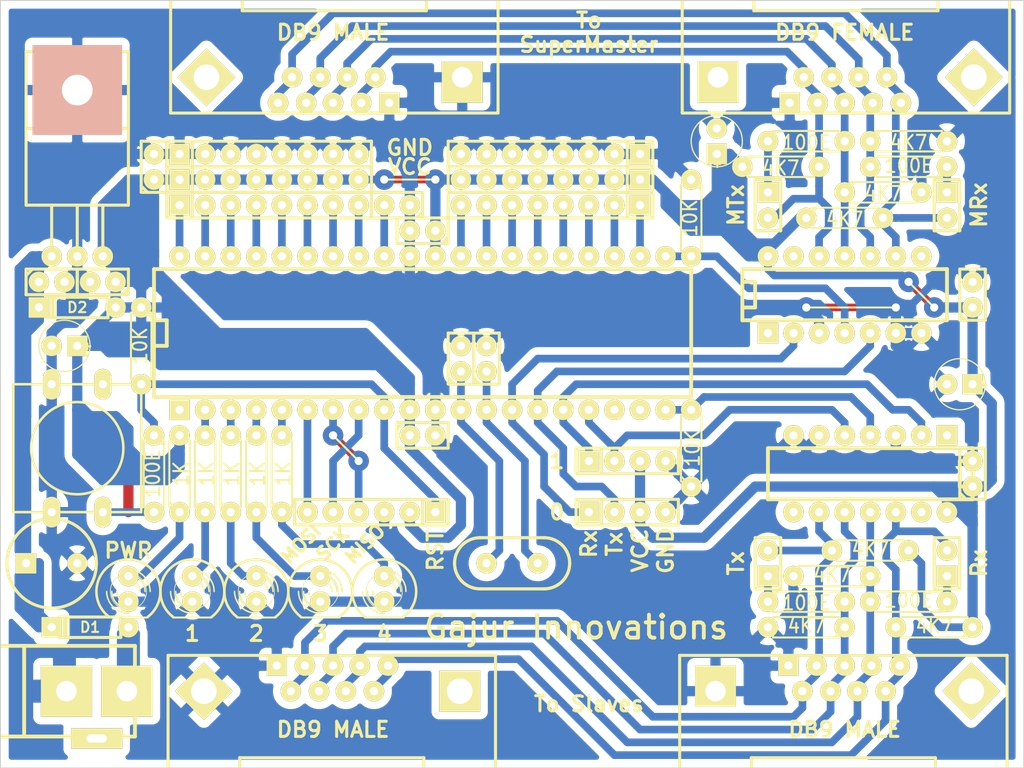
<source format=kicad_pcb>
(kicad_pcb (version 3) (host pcbnew "(2013-05-18 BZR 4017)-stable")
  (layers (15 F.Cu signal hide) (0 B.Cu signal) (19 F.Paste user) (21 F.SilkS user) (23 F.Mask user) (28 Edge.Cuts user))
  (net 0 "")
  (net 1 /MISO)
  (net 2 /MOSI)
  (net 3 /R0_M)
  (net 4 /R0_S)
  (net 5 /R1_M)
  (net 6 /R1_S)
  (net 7 /RST)
  (net 8 /RTS_M)
  (net 9 /RTS_S)
  (net 10 /RX_M)
  (net 11 /RX_S)
  (net 12 /SCK)
  (net 13 /T0_M)
  (net 14 /T0_S)
  (net 15 /T1_M)
  (net 16 /T1_S)
  (net 17 /TX_M)
  (net 18 /TX_S)
  (net 19 GND)
  (net 20 N-000001)
  (net 21 N-0000010)
  (net 22 N-0000011)
  (net 23 N-0000012)
  (net 24 N-0000014)
  (net 25 N-0000015)
  (net 26 N-0000016)
  (net 27 N-0000017)
  (net 28 N-0000018)
  (net 29 N-0000019)
  (net 30 N-000002)
  (net 31 N-0000020)
  (net 32 N-0000021)
  (net 33 N-0000022)
  (net 34 N-000003)
  (net 35 N-0000038)
  (net 36 N-0000039)
  (net 37 N-0000040)
  (net 38 N-0000041)
  (net 39 N-0000042)
  (net 40 N-0000043)
  (net 41 N-0000045)
  (net 42 N-0000046)
  (net 43 N-000005)
  (net 44 N-0000050)
  (net 45 N-0000051)
  (net 46 N-0000052)
  (net 47 N-0000054)
  (net 48 N-0000055)
  (net 49 N-0000056)
  (net 50 N-0000059)
  (net 51 N-000006)
  (net 52 N-000007)
  (net 53 N-000008)
  (net 54 N-000009)
  (net 55 VCC)
  (module SIL-8 (layer F.Cu) (at 223.52 195.58)
    (fp_text reference P2 hide)
    (fp_text value CONN_8 hide)
    (pad 1 thru_hole rect (at -8.89 0) (size 2.032 2.032) (drill 0.8128) (layers *.Cu *.Mask F.SilkS) (net 32 N-0000021))
    (pad 2 thru_hole circle (at -6.35 0) (size 2.032 2.032) (drill 0.8128) (layers *.Cu *.Mask F.SilkS) (net 33 N-0000022))
    (pad 3 thru_hole circle (at -3.81 0) (size 2.032 2.032) (drill 0.8128) (layers *.Cu *.Mask F.SilkS) (net 26 N-0000016))
    (pad 4 thru_hole circle (at -1.27 0) (size 2.032 2.032) (drill 0.8128) (layers *.Cu *.Mask F.SilkS) (net 25 N-0000015))
    (pad 5 thru_hole circle (at 1.27 0) (size 2.032 2.032) (drill 0.8128) (layers *.Cu *.Mask F.SilkS) (net 27 N-0000017))
    (pad 6 thru_hole circle (at 3.81 0) (size 2.032 2.032) (drill 0.8128) (layers *.Cu *.Mask F.SilkS) (net 28 N-0000018))
    (pad 7 thru_hole circle (at 6.35 0) (size 2.032 2.032) (drill 0.8128) (layers *.Cu *.Mask F.SilkS) (net 29 N-0000019))
    (pad 8 thru_hole circle (at 8.89 0) (size 2.032 2.032) (drill 0.8128) (layers *.Cu *.Mask F.SilkS) (net 31 N-0000020))
  )
  (module SIL-8 (layer F.Cu) (at 223.52 193.04)
    (fp_text reference P4 hide)
    (fp_text value CONN_8 hide)
    (pad 1 thru_hole rect (at -8.89 0) (size 2.032 2.032) (drill 0.8128) (layers *.Cu *.Mask F.SilkS) (net 55 VCC))
    (pad 2 thru_hole circle (at -6.35 0) (size 2.032 2.032) (drill 0.8128) (layers *.Cu *.Mask F.SilkS) (net 55 VCC))
    (pad 3 thru_hole circle (at -3.81 0) (size 2.032 2.032) (drill 0.8128) (layers *.Cu *.Mask F.SilkS) (net 55 VCC))
    (pad 4 thru_hole circle (at -1.27 0) (size 2.032 2.032) (drill 0.8128) (layers *.Cu *.Mask F.SilkS) (net 55 VCC))
    (pad 5 thru_hole circle (at 1.27 0) (size 2.032 2.032) (drill 0.8128) (layers *.Cu *.Mask F.SilkS) (net 55 VCC))
    (pad 6 thru_hole circle (at 3.81 0) (size 2.032 2.032) (drill 0.8128) (layers *.Cu *.Mask F.SilkS) (net 55 VCC))
    (pad 7 thru_hole circle (at 6.35 0) (size 2.032 2.032) (drill 0.8128) (layers *.Cu *.Mask F.SilkS) (net 55 VCC))
    (pad 8 thru_hole circle (at 8.89 0) (size 2.032 2.032) (drill 0.8128) (layers *.Cu *.Mask F.SilkS) (net 55 VCC))
  )
  (module SIL-8 (layer F.Cu) (at 223.52 190.5)
    (fp_text reference P6 hide)
    (fp_text value CONN_8 hide)
    (pad 1 thru_hole rect (at -8.89 0) (size 2.032 2.032) (drill 0.8128) (layers *.Cu *.Mask F.SilkS) (net 19 GND))
    (pad 2 thru_hole circle (at -6.35 0) (size 2.032 2.032) (drill 0.8128) (layers *.Cu *.Mask F.SilkS) (net 19 GND))
    (pad 3 thru_hole circle (at -3.81 0) (size 2.032 2.032) (drill 0.8128) (layers *.Cu *.Mask F.SilkS) (net 19 GND))
    (pad 4 thru_hole circle (at -1.27 0) (size 2.032 2.032) (drill 0.8128) (layers *.Cu *.Mask F.SilkS) (net 19 GND))
    (pad 5 thru_hole circle (at 1.27 0) (size 2.032 2.032) (drill 0.8128) (layers *.Cu *.Mask F.SilkS) (net 19 GND))
    (pad 6 thru_hole circle (at 3.81 0) (size 2.032 2.032) (drill 0.8128) (layers *.Cu *.Mask F.SilkS) (net 19 GND))
    (pad 7 thru_hole circle (at 6.35 0) (size 2.032 2.032) (drill 0.8128) (layers *.Cu *.Mask F.SilkS) (net 19 GND))
    (pad 8 thru_hole circle (at 8.89 0) (size 2.032 2.032) (drill 0.8128) (layers *.Cu *.Mask F.SilkS) (net 19 GND))
  )
  (module SIL-8 (layer F.Cu) (at 251.46 195.58 180)
    (fp_text reference P3 hide)
    (fp_text value CONN_8 hide)
    (pad 1 thru_hole rect (at -8.89 0 180) (size 2.032 2.032) (drill 0.8128) (layers *.Cu *.Mask F.SilkS) (net 43 N-000005))
    (pad 2 thru_hole circle (at -6.35 0 180) (size 2.032 2.032) (drill 0.8128) (layers *.Cu *.Mask F.SilkS) (net 51 N-000006))
    (pad 3 thru_hole circle (at -3.81 0 180) (size 2.032 2.032) (drill 0.8128) (layers *.Cu *.Mask F.SilkS) (net 52 N-000007))
    (pad 4 thru_hole circle (at -1.27 0 180) (size 2.032 2.032) (drill 0.8128) (layers *.Cu *.Mask F.SilkS) (net 53 N-000008))
    (pad 5 thru_hole circle (at 1.27 0 180) (size 2.032 2.032) (drill 0.8128) (layers *.Cu *.Mask F.SilkS) (net 54 N-000009))
    (pad 6 thru_hole circle (at 3.81 0 180) (size 2.032 2.032) (drill 0.8128) (layers *.Cu *.Mask F.SilkS) (net 21 N-0000010))
    (pad 7 thru_hole circle (at 6.35 0 180) (size 2.032 2.032) (drill 0.8128) (layers *.Cu *.Mask F.SilkS) (net 22 N-0000011))
    (pad 8 thru_hole circle (at 8.89 0 180) (size 2.032 2.032) (drill 0.8128) (layers *.Cu *.Mask F.SilkS) (net 23 N-0000012))
  )
  (module SIL-8 (layer F.Cu) (at 251.46 193.04 180)
    (fp_text reference P5 hide)
    (fp_text value CONN_8 hide)
    (pad 1 thru_hole rect (at -8.89 0 180) (size 2.032 2.032) (drill 0.8128) (layers *.Cu *.Mask F.SilkS) (net 55 VCC))
    (pad 2 thru_hole circle (at -6.35 0 180) (size 2.032 2.032) (drill 0.8128) (layers *.Cu *.Mask F.SilkS) (net 55 VCC))
    (pad 3 thru_hole circle (at -3.81 0 180) (size 2.032 2.032) (drill 0.8128) (layers *.Cu *.Mask F.SilkS) (net 55 VCC))
    (pad 4 thru_hole circle (at -1.27 0 180) (size 2.032 2.032) (drill 0.8128) (layers *.Cu *.Mask F.SilkS) (net 55 VCC))
    (pad 5 thru_hole circle (at 1.27 0 180) (size 2.032 2.032) (drill 0.8128) (layers *.Cu *.Mask F.SilkS) (net 55 VCC))
    (pad 6 thru_hole circle (at 3.81 0 180) (size 2.032 2.032) (drill 0.8128) (layers *.Cu *.Mask F.SilkS) (net 55 VCC))
    (pad 7 thru_hole circle (at 6.35 0 180) (size 2.032 2.032) (drill 0.8128) (layers *.Cu *.Mask F.SilkS) (net 55 VCC))
    (pad 8 thru_hole circle (at 8.89 0 180) (size 2.032 2.032) (drill 0.8128) (layers *.Cu *.Mask F.SilkS) (net 55 VCC))
  )
  (module SIL-8 (layer F.Cu) (at 251.46 190.5 180)
    (fp_text reference P7 hide)
    (fp_text value CONN_8 hide)
    (pad 1 thru_hole rect (at -8.89 0 180) (size 2.032 2.032) (drill 0.8128) (layers *.Cu *.Mask F.SilkS) (net 19 GND))
    (pad 2 thru_hole circle (at -6.35 0 180) (size 2.032 2.032) (drill 0.8128) (layers *.Cu *.Mask F.SilkS) (net 19 GND))
    (pad 3 thru_hole circle (at -3.81 0 180) (size 2.032 2.032) (drill 0.8128) (layers *.Cu *.Mask F.SilkS) (net 19 GND))
    (pad 4 thru_hole circle (at -1.27 0 180) (size 2.032 2.032) (drill 0.8128) (layers *.Cu *.Mask F.SilkS) (net 19 GND))
    (pad 5 thru_hole circle (at 1.27 0 180) (size 2.032 2.032) (drill 0.8128) (layers *.Cu *.Mask F.SilkS) (net 19 GND))
    (pad 6 thru_hole circle (at 3.81 0 180) (size 2.032 2.032) (drill 0.8128) (layers *.Cu *.Mask F.SilkS) (net 19 GND))
    (pad 7 thru_hole circle (at 6.35 0 180) (size 2.032 2.032) (drill 0.8128) (layers *.Cu *.Mask F.SilkS) (net 19 GND))
    (pad 8 thru_hole circle (at 8.89 0 180) (size 2.032 2.032) (drill 0.8128) (layers *.Cu *.Mask F.SilkS) (net 19 GND))
  )
  (module SIL-6 (layer F.Cu) (at 233.68 226.06 180)
    (fp_text reference P1 hide)
    (fp_text value CONN_6 hide)
    (pad 1 thru_hole rect (at -6.35 0 180) (size 2.032 2.032) (drill 0.8128) (layers *.Cu *.Mask F.SilkS) (net 7 /RST))
    (pad 2 thru_hole circle (at -3.81 0 180) (size 2.032 2.032) (drill 0.8128) (layers *.Cu *.Mask F.SilkS) (net 55 VCC))
    (pad 3 thru_hole circle (at -1.27 0 180) (size 2.032 2.032) (drill 0.8128) (layers *.Cu *.Mask F.SilkS) (net 19 GND))
    (pad 4 thru_hole circle (at 1.27 0 180) (size 2.032 2.032) (drill 0.8128) (layers *.Cu *.Mask F.SilkS) (net 1 /MISO))
    (pad 5 thru_hole circle (at 3.81 0 180) (size 2.032 2.032) (drill 0.8128) (layers *.Cu *.Mask F.SilkS) (net 12 /SCK))
    (pad 6 thru_hole circle (at 6.35 0 180) (size 2.032 2.032) (drill 0.8128) (layers *.Cu *.Mask F.SilkS) (net 2 /MOSI))
  )
  (module SIL-4 (layer F.Cu) (at 259.08 220.98)
    (fp_text reference P9 hide)
    (fp_text value CONN_4 hide)
    (pad 1 thru_hole rect (at -3.81 0) (size 2.032 2.032) (drill 0.8128) (layers *.Cu *.Mask F.SilkS) (net 11 /RX_S))
    (pad 2 thru_hole circle (at -1.27 0) (size 2.032 2.032) (drill 0.8128) (layers *.Cu *.Mask F.SilkS) (net 18 /TX_S))
    (pad 3 thru_hole circle (at 1.27 0) (size 2.032 2.032) (drill 0.8128) (layers *.Cu *.Mask F.SilkS) (net 55 VCC))
    (pad 4 thru_hole circle (at 3.81 0) (size 2.032 2.032) (drill 0.8128) (layers *.Cu *.Mask F.SilkS) (net 19 GND))
  )
  (module SIL-4 (layer F.Cu) (at 259.08 226.06)
    (fp_text reference P8 hide)
    (fp_text value CONN_4 hide)
    (pad 1 thru_hole rect (at -3.81 0) (size 2.032 2.032) (drill 0.8128) (layers *.Cu *.Mask F.SilkS) (net 10 /RX_M))
    (pad 2 thru_hole circle (at -1.27 0) (size 2.032 2.032) (drill 0.8128) (layers *.Cu *.Mask F.SilkS) (net 17 /TX_M))
    (pad 3 thru_hole circle (at 1.27 0) (size 2.032 2.032) (drill 0.8128) (layers *.Cu *.Mask F.SilkS) (net 55 VCC))
    (pad 4 thru_hole circle (at 3.81 0) (size 2.032 2.032) (drill 0.8128) (layers *.Cu *.Mask F.SilkS) (net 19 GND))
  )
  (module SIL-2 (layer F.Cu) (at 273.05 195.58 270)
    (fp_text reference JP3 hide)
    (fp_text value JUMPER hide)
    (pad 1 thru_hole rect (at -1.27 0 270) (size 2.032 2.032) (drill 0.8128) (layers *.Cu *.Mask F.SilkS) (net 47 N-0000054))
    (pad 2 thru_hole circle (at 1.27 0 270) (size 2.032 2.032) (drill 0.8128) (layers *.Cu *.Mask F.SilkS) (net 15 /T1_M))
  )
  (module SIL-2 (layer F.Cu) (at 290.83 231.14 90)
    (fp_text reference JP2 hide)
    (fp_text value JUMPER hide)
    (pad 1 thru_hole rect (at -1.27 0 90) (size 2.032 2.032) (drill 0.8128) (layers *.Cu *.Mask F.SilkS) (net 46 N-0000052))
    (pad 2 thru_hole circle (at 1.27 0 90) (size 2.032 2.032) (drill 0.8128) (layers *.Cu *.Mask F.SilkS) (net 6 /R1_S))
  )
  (module SIL-2 (layer F.Cu) (at 290.83 195.58 270)
    (fp_text reference JP1 hide)
    (fp_text value JUMPER hide)
    (pad 1 thru_hole rect (at -1.27 0 270) (size 2.032 2.032) (drill 0.8128) (layers *.Cu *.Mask F.SilkS) (net 50 N-0000059))
    (pad 2 thru_hole circle (at 1.27 0 270) (size 2.032 2.032) (drill 0.8128) (layers *.Cu *.Mask F.SilkS) (net 5 /R1_M))
  )
  (module SIL-2 (layer F.Cu) (at 273.05 231.14 90)
    (fp_text reference JP4 hide)
    (fp_text value JUMPER hide)
    (pad 1 thru_hole rect (at -1.27 0 90) (size 2.032 2.032) (drill 0.8128) (layers *.Cu *.Mask F.SilkS) (net 48 N-0000055))
    (pad 2 thru_hole circle (at 1.27 0 90) (size 2.032 2.032) (drill 0.8128) (layers *.Cu *.Mask F.SilkS) (net 16 /T1_S))
  )
  (module R3 (layer F.Cu) (at 276.86 234.95)
    (fp_text reference R20 hide)
    (fp_text value 100E (at 0 0.127) (layer F.SilkS) (effects (font (size 1.397 1.27) (thickness 0.2032))))
    (pad 1 thru_hole circle (at -3.81 0) (size 2.032 2.032) (drill 0.8128) (layers *.Cu *.Mask F.SilkS) (net 48 N-0000055))
    (pad 2 thru_hole circle (at 3.81 0) (size 2.032 2.032) (drill 0.8128) (layers *.Cu *.Mask F.SilkS) (net 14 /T0_S))
  )
  (module R3 (layer F.Cu) (at 283.21 229.87 180)
    (fp_text reference R19 hide)
    (fp_text value 4K7 (at 0 0.127 180) (layer F.SilkS) (effects (font (size 1.397 1.27) (thickness 0.2032))))
    (pad 1 thru_hole circle (at -3.81 0 180) (size 2.032 2.032) (drill 0.8128) (layers *.Cu *.Mask F.SilkS) (net 55 VCC))
    (pad 2 thru_hole circle (at 3.81 0 180) (size 2.032 2.032) (drill 0.8128) (layers *.Cu *.Mask F.SilkS) (net 16 /T1_S))
  )
  (module R3 (layer F.Cu) (at 276.86 237.49 180)
    (fp_text reference R21 hide)
    (fp_text value 4K7 (at 0 0.127 180) (layer F.SilkS) (effects (font (size 1.397 1.27) (thickness 0.2032))))
    (pad 1 thru_hole circle (at -3.81 0 180) (size 2.032 2.032) (drill 0.8128) (layers *.Cu *.Mask F.SilkS) (net 14 /T0_S))
    (pad 2 thru_hole circle (at 3.81 0 180) (size 2.032 2.032) (drill 0.8128) (layers *.Cu *.Mask F.SilkS) (net 19 GND))
  )
  (module R3 (layer F.Cu) (at 287.02 234.95 180)
    (fp_text reference R14 hide)
    (fp_text value 100E (at 0 0.127 180) (layer F.SilkS) (effects (font (size 1.397 1.27) (thickness 0.2032))))
    (pad 1 thru_hole circle (at -3.81 0 180) (size 2.032 2.032) (drill 0.8128) (layers *.Cu *.Mask F.SilkS) (net 46 N-0000052))
    (pad 2 thru_hole circle (at 3.81 0 180) (size 2.032 2.032) (drill 0.8128) (layers *.Cu *.Mask F.SilkS) (net 4 /R0_S))
  )
  (module R3 (layer F.Cu) (at 222.25 222.25 90)
    (fp_text reference R6 hide)
    (fp_text value 1K (at 0 0.127 90) (layer F.SilkS) (effects (font (size 1.397 1.27) (thickness 0.2032))))
    (pad 1 thru_hole circle (at -3.81 0 90) (size 2.032 2.032) (drill 0.8128) (layers *.Cu *.Mask F.SilkS) (net 40 N-0000043))
    (pad 2 thru_hole circle (at 3.81 0 90) (size 2.032 2.032) (drill 0.8128) (layers *.Cu *.Mask F.SilkS) (net 30 N-000002))
  )
  (module R3 (layer F.Cu) (at 224.79 222.25 90)
    (fp_text reference R7 hide)
    (fp_text value 1K (at 0 0.127 90) (layer F.SilkS) (effects (font (size 1.397 1.27) (thickness 0.2032))))
    (pad 1 thru_hole circle (at -3.81 0 90) (size 2.032 2.032) (drill 0.8128) (layers *.Cu *.Mask F.SilkS) (net 38 N-0000041))
    (pad 2 thru_hole circle (at 3.81 0 90) (size 2.032 2.032) (drill 0.8128) (layers *.Cu *.Mask F.SilkS) (net 20 N-000001))
  )
  (module R3 (layer F.Cu) (at 289.56 237.49 180)
    (fp_text reference R13 hide)
    (fp_text value 4K7 (at 0 0.127 180) (layer F.SilkS) (effects (font (size 1.397 1.27) (thickness 0.2032))))
    (pad 1 thru_hole circle (at -3.81 0 180) (size 2.032 2.032) (drill 0.8128) (layers *.Cu *.Mask F.SilkS) (net 55 VCC))
    (pad 2 thru_hole circle (at 3.81 0 180) (size 2.032 2.032) (drill 0.8128) (layers *.Cu *.Mask F.SilkS) (net 6 /R1_S))
  )
  (module R3 (layer F.Cu) (at 279.4 232.41 180)
    (fp_text reference R15 hide)
    (fp_text value 4K7 (at 0 0.127 180) (layer F.SilkS) (effects (font (size 1.397 1.27) (thickness 0.2032))))
    (pad 1 thru_hole circle (at -3.81 0 180) (size 2.032 2.032) (drill 0.8128) (layers *.Cu *.Mask F.SilkS) (net 4 /R0_S))
    (pad 2 thru_hole circle (at 3.81 0 180) (size 2.032 2.032) (drill 0.8128) (layers *.Cu *.Mask F.SilkS) (net 19 GND))
  )
  (module R3 (layer F.Cu) (at 274.32 191.77)
    (fp_text reference R16 hide)
    (fp_text value 4K7 (at 0 0.127) (layer F.SilkS) (effects (font (size 1.397 1.27) (thickness 0.2032))))
    (pad 1 thru_hole circle (at -3.81 0) (size 2.032 2.032) (drill 0.8128) (layers *.Cu *.Mask F.SilkS) (net 55 VCC))
    (pad 2 thru_hole circle (at 3.81 0) (size 2.032 2.032) (drill 0.8128) (layers *.Cu *.Mask F.SilkS) (net 15 /T1_M))
  )
  (module R3 (layer F.Cu) (at 276.86 189.23)
    (fp_text reference R17 hide)
    (fp_text value 100E (at 0 0.127) (layer F.SilkS) (effects (font (size 1.397 1.27) (thickness 0.2032))))
    (pad 1 thru_hole circle (at -3.81 0) (size 2.032 2.032) (drill 0.8128) (layers *.Cu *.Mask F.SilkS) (net 47 N-0000054))
    (pad 2 thru_hole circle (at 3.81 0) (size 2.032 2.032) (drill 0.8128) (layers *.Cu *.Mask F.SilkS) (net 13 /T0_M))
  )
  (module R3 (layer F.Cu) (at 210.82 209.55 270)
    (fp_text reference R2 hide)
    (fp_text value 10K (at 0 0.127 270) (layer F.SilkS) (effects (font (size 1.397 1.27) (thickness 0.2032))))
    (pad 1 thru_hole circle (at -3.81 0 270) (size 2.032 2.032) (drill 0.8128) (layers *.Cu *.Mask F.SilkS) (net 55 VCC))
    (pad 2 thru_hole circle (at 3.81 0 270) (size 2.032 2.032) (drill 0.8128) (layers *.Cu *.Mask F.SilkS) (net 7 /RST))
  )
  (module R3 (layer F.Cu) (at 212.09 222.25 270)
    (fp_text reference R1 hide)
    (fp_text value 100E (at 0 0.127 270) (layer F.SilkS) (effects (font (size 1.397 1.27) (thickness 0.2032))))
    (pad 1 thru_hole circle (at -3.81 0 270) (size 2.032 2.032) (drill 0.8128) (layers *.Cu *.Mask F.SilkS) (net 7 /RST))
    (pad 2 thru_hole circle (at 3.81 0 270) (size 2.032 2.032) (drill 0.8128) (layers *.Cu *.Mask F.SilkS) (net 41 N-0000045))
  )
  (module R3 (layer F.Cu) (at 214.63 222.25 90)
    (fp_text reference R3 hide)
    (fp_text value 1K (at 0 0.127 90) (layer F.SilkS) (effects (font (size 1.397 1.27) (thickness 0.2032))))
    (pad 1 thru_hole circle (at -3.81 0 90) (size 2.032 2.032) (drill 0.8128) (layers *.Cu *.Mask F.SilkS) (net 34 N-000003))
    (pad 2 thru_hole circle (at 3.81 0 90) (size 2.032 2.032) (drill 0.8128) (layers *.Cu *.Mask F.SilkS) (net 55 VCC))
  )
  (module R3 (layer F.Cu) (at 217.17 222.25 90)
    (fp_text reference R4 hide)
    (fp_text value 1K (at 0 0.127 90) (layer F.SilkS) (effects (font (size 1.397 1.27) (thickness 0.2032))))
    (pad 1 thru_hole circle (at -3.81 0 90) (size 2.032 2.032) (drill 0.8128) (layers *.Cu *.Mask F.SilkS) (net 39 N-0000042))
    (pad 2 thru_hole circle (at 3.81 0 90) (size 2.032 2.032) (drill 0.8128) (layers *.Cu *.Mask F.SilkS) (net 35 N-0000038))
  )
  (module R3 (layer F.Cu) (at 219.71 222.25 90)
    (fp_text reference R5 hide)
    (fp_text value 1K (at 0 0.127 90) (layer F.SilkS) (effects (font (size 1.397 1.27) (thickness 0.2032))))
    (pad 1 thru_hole circle (at -3.81 0 90) (size 2.032 2.032) (drill 0.8128) (layers *.Cu *.Mask F.SilkS) (net 37 N-0000040))
    (pad 2 thru_hole circle (at 3.81 0 90) (size 2.032 2.032) (drill 0.8128) (layers *.Cu *.Mask F.SilkS) (net 36 N-0000039))
  )
  (module R3 (layer F.Cu) (at 265.43 196.85 270)
    (fp_text reference R8 hide)
    (fp_text value 10K (at 0 0.127 270) (layer F.SilkS) (effects (font (size 1.397 1.27) (thickness 0.2032))))
    (pad 1 thru_hole circle (at -3.81 0 270) (size 2.032 2.032) (drill 0.8128) (layers *.Cu *.Mask F.SilkS) (net 19 GND))
    (pad 2 thru_hole circle (at 3.81 0 270) (size 2.032 2.032) (drill 0.8128) (layers *.Cu *.Mask F.SilkS) (net 8 /RTS_M))
  )
  (module R3 (layer F.Cu) (at 265.43 219.71 90)
    (fp_text reference R9 hide)
    (fp_text value 10K (at 0 0.127 90) (layer F.SilkS) (effects (font (size 1.397 1.27) (thickness 0.2032))))
    (pad 1 thru_hole circle (at -3.81 0 90) (size 2.032 2.032) (drill 0.8128) (layers *.Cu *.Mask F.SilkS) (net 19 GND))
    (pad 2 thru_hole circle (at 3.81 0 90) (size 2.032 2.032) (drill 0.8128) (layers *.Cu *.Mask F.SilkS) (net 9 /RTS_S))
  )
  (module R3 (layer F.Cu) (at 287.02 189.23)
    (fp_text reference R12 hide)
    (fp_text value 4K7 (at 0 0.127) (layer F.SilkS) (effects (font (size 1.397 1.27) (thickness 0.2032))))
    (pad 1 thru_hole circle (at -3.81 0) (size 2.032 2.032) (drill 0.8128) (layers *.Cu *.Mask F.SilkS) (net 3 /R0_M))
    (pad 2 thru_hole circle (at 3.81 0) (size 2.032 2.032) (drill 0.8128) (layers *.Cu *.Mask F.SilkS) (net 19 GND))
  )
  (module R3 (layer F.Cu) (at 280.67 196.85)
    (fp_text reference R10 hide)
    (fp_text value 4K7 (at 0 0.127) (layer F.SilkS) (effects (font (size 1.397 1.27) (thickness 0.2032))))
    (pad 1 thru_hole circle (at -3.81 0) (size 2.032 2.032) (drill 0.8128) (layers *.Cu *.Mask F.SilkS) (net 55 VCC))
    (pad 2 thru_hole circle (at 3.81 0) (size 2.032 2.032) (drill 0.8128) (layers *.Cu *.Mask F.SilkS) (net 5 /R1_M))
  )
  (module R3 (layer F.Cu) (at 287.02 191.77 180)
    (fp_text reference R11 hide)
    (fp_text value 100E (at 0 0.127 180) (layer F.SilkS) (effects (font (size 1.397 1.27) (thickness 0.2032))))
    (pad 1 thru_hole circle (at -3.81 0 180) (size 2.032 2.032) (drill 0.8128) (layers *.Cu *.Mask F.SilkS) (net 50 N-0000059))
    (pad 2 thru_hole circle (at 3.81 0 180) (size 2.032 2.032) (drill 0.8128) (layers *.Cu *.Mask F.SilkS) (net 3 /R0_M))
  )
  (module R3 (layer F.Cu) (at 284.48 194.31)
    (fp_text reference R18 hide)
    (fp_text value 4K7 (at 0 0.127) (layer F.SilkS) (effects (font (size 1.397 1.27) (thickness 0.2032))))
    (pad 1 thru_hole circle (at -3.81 0) (size 2.032 2.032) (drill 0.8128) (layers *.Cu *.Mask F.SilkS) (net 13 /T0_M))
    (pad 2 thru_hole circle (at 3.81 0) (size 2.032 2.032) (drill 0.8128) (layers *.Cu *.Mask F.SilkS) (net 19 GND))
  )
  (module LED-5MM (layer F.Cu) (at 228.6 233.68 270)
    (fp_text reference D6 hide)
    (fp_text value LED hide)
    (pad 1 thru_hole circle (at -1.27 0 270) (size 2.032 2.032) (drill 0.8128) (layers *.Cu *.Mask F.SilkS) (net 40 N-0000043))
    (pad 2 thru_hole circle (at 1.27 0 270) (size 2.032 2.032) (drill 0.8128) (layers *.Cu *.Mask F.SilkS) (net 19 GND))
  )
  (module LED-5MM (layer F.Cu) (at 209.55 233.68 270)
    (fp_text reference D3 hide)
    (fp_text value LED hide)
    (pad 1 thru_hole circle (at -1.27 0 270) (size 2.032 2.032) (drill 0.8128) (layers *.Cu *.Mask F.SilkS) (net 34 N-000003))
    (pad 2 thru_hole circle (at 1.27 0 270) (size 2.032 2.032) (drill 0.8128) (layers *.Cu *.Mask F.SilkS) (net 19 GND))
  )
  (module LED-5MM (layer F.Cu) (at 215.9 233.68 270)
    (fp_text reference D4 hide)
    (fp_text value LED hide)
    (pad 1 thru_hole circle (at -1.27 0 270) (size 2.032 2.032) (drill 0.8128) (layers *.Cu *.Mask F.SilkS) (net 39 N-0000042))
    (pad 2 thru_hole circle (at 1.27 0 270) (size 2.032 2.032) (drill 0.8128) (layers *.Cu *.Mask F.SilkS) (net 19 GND))
  )
  (module LED-5MM (layer F.Cu) (at 222.25 233.68 270)
    (fp_text reference D5 hide)
    (fp_text value LED hide)
    (pad 1 thru_hole circle (at -1.27 0 270) (size 2.032 2.032) (drill 0.8128) (layers *.Cu *.Mask F.SilkS) (net 37 N-0000040))
    (pad 2 thru_hole circle (at 1.27 0 270) (size 2.032 2.032) (drill 0.8128) (layers *.Cu *.Mask F.SilkS) (net 19 GND))
  )
  (module LED-5MM (layer F.Cu) (at 234.95 233.68 270)
    (fp_text reference D7 hide)
    (fp_text value LED hide)
    (pad 1 thru_hole circle (at -1.27 0 270) (size 2.032 2.032) (drill 0.8128) (layers *.Cu *.Mask F.SilkS) (net 38 N-0000041))
    (pad 2 thru_hole circle (at 1.27 0 270) (size 2.032 2.032) (drill 0.8128) (layers *.Cu *.Mask F.SilkS) (net 19 GND))
  )
  (module HC-49V (layer F.Cu) (at 247.65 231.14)
    (fp_text reference X1 hide)
    (fp_text value "" (at 0 3.81) (layer F.SilkS) (effects (font (size 1.524 1.524) (thickness 0.3048))))
    (pad 1 thru_hole circle (at -2.54 0) (size 2.032 2.032) (drill 0.8128) (layers *.Cu *.Mask F.SilkS) (net 45 N-0000051))
    (pad 2 thru_hole circle (at 2.54 0) (size 2.032 2.032) (drill 0.8128) (layers *.Cu *.Mask F.SilkS) (net 44 N-0000050))
  )
  (module DIP-40__600 (layer F.Cu) (at 238.76 208.28)
    (fp_text reference IC1 hide)
    (fp_text value ATMEGA1284-P hide)
    (pad 1 thru_hole rect (at -24.13 7.62) (size 2.032 2.032) (drill 0.8128) (layers *.Cu *.Mask F.SilkS))
    (pad 2 thru_hole circle (at -21.59 7.62) (size 2.032 2.032) (drill 0.8128) (layers *.Cu *.Mask F.SilkS) (net 35 N-0000038))
    (pad 3 thru_hole circle (at -19.05 7.62) (size 2.032 2.032) (drill 0.8128) (layers *.Cu *.Mask F.SilkS) (net 36 N-0000039))
    (pad 4 thru_hole circle (at -16.51 7.62) (size 2.032 2.032) (drill 0.8128) (layers *.Cu *.Mask F.SilkS) (net 30 N-000002))
    (pad 5 thru_hole circle (at -13.97 7.62) (size 2.032 2.032) (drill 0.8128) (layers *.Cu *.Mask F.SilkS) (net 20 N-000001))
    (pad 6 thru_hole circle (at -11.43 7.62) (size 2.032 2.032) (drill 0.8128) (layers *.Cu *.Mask F.SilkS) (net 2 /MOSI))
    (pad 7 thru_hole circle (at -8.89 7.62) (size 2.032 2.032) (drill 0.8128) (layers *.Cu *.Mask F.SilkS) (net 1 /MISO))
    (pad 8 thru_hole circle (at -6.35 7.62) (size 2.032 2.032) (drill 0.8128) (layers *.Cu *.Mask F.SilkS) (net 12 /SCK))
    (pad 9 thru_hole circle (at -3.81 7.62) (size 2.032 2.032) (drill 0.8128) (layers *.Cu *.Mask F.SilkS) (net 7 /RST))
    (pad 10 thru_hole circle (at -1.27 7.62) (size 2.032 2.032) (drill 0.8128) (layers *.Cu *.Mask F.SilkS) (net 55 VCC))
    (pad 11 thru_hole circle (at 1.27 7.62) (size 2.032 2.032) (drill 0.8128) (layers *.Cu *.Mask F.SilkS) (net 19 GND))
    (pad 12 thru_hole circle (at 3.81 7.62) (size 2.032 2.032) (drill 0.8128) (layers *.Cu *.Mask F.SilkS) (net 45 N-0000051))
    (pad 13 thru_hole circle (at 6.35 7.62) (size 2.032 2.032) (drill 0.8128) (layers *.Cu *.Mask F.SilkS) (net 44 N-0000050))
    (pad 14 thru_hole circle (at 8.89 7.62) (size 2.032 2.032) (drill 0.8128) (layers *.Cu *.Mask F.SilkS) (net 10 /RX_M))
    (pad 15 thru_hole circle (at 11.43 7.62) (size 2.032 2.032) (drill 0.8128) (layers *.Cu *.Mask F.SilkS) (net 17 /TX_M))
    (pad 16 thru_hole circle (at 13.97 7.62) (size 2.032 2.032) (drill 0.8128) (layers *.Cu *.Mask F.SilkS) (net 11 /RX_S))
    (pad 17 thru_hole circle (at 16.51 7.62) (size 2.032 2.032) (drill 0.8128) (layers *.Cu *.Mask F.SilkS) (net 18 /TX_S))
    (pad 18 thru_hole circle (at 19.05 7.62) (size 2.032 2.032) (drill 0.8128) (layers *.Cu *.Mask F.SilkS))
    (pad 19 thru_hole circle (at 21.59 7.62) (size 2.032 2.032) (drill 0.8128) (layers *.Cu *.Mask F.SilkS))
    (pad 20 thru_hole circle (at 24.13 7.62) (size 2.032 2.032) (drill 0.8128) (layers *.Cu *.Mask F.SilkS) (net 9 /RTS_S))
    (pad 21 thru_hole circle (at 24.13 -7.62) (size 2.032 2.032) (drill 0.8128) (layers *.Cu *.Mask F.SilkS) (net 8 /RTS_M))
    (pad 22 thru_hole circle (at 21.59 -7.62) (size 2.032 2.032) (drill 0.8128) (layers *.Cu *.Mask F.SilkS) (net 43 N-000005))
    (pad 23 thru_hole circle (at 19.05 -7.62) (size 2.032 2.032) (drill 0.8128) (layers *.Cu *.Mask F.SilkS) (net 51 N-000006))
    (pad 24 thru_hole circle (at 16.51 -7.62) (size 2.032 2.032) (drill 0.8128) (layers *.Cu *.Mask F.SilkS) (net 52 N-000007))
    (pad 25 thru_hole circle (at 13.97 -7.62) (size 2.032 2.032) (drill 0.8128) (layers *.Cu *.Mask F.SilkS) (net 53 N-000008))
    (pad 26 thru_hole circle (at 11.43 -7.62) (size 2.032 2.032) (drill 0.8128) (layers *.Cu *.Mask F.SilkS) (net 54 N-000009))
    (pad 27 thru_hole circle (at 8.89 -7.62) (size 2.032 2.032) (drill 0.8128) (layers *.Cu *.Mask F.SilkS) (net 21 N-0000010))
    (pad 28 thru_hole circle (at 6.35 -7.62) (size 2.032 2.032) (drill 0.8128) (layers *.Cu *.Mask F.SilkS) (net 22 N-0000011))
    (pad 29 thru_hole circle (at 3.81 -7.62) (size 2.032 2.032) (drill 0.8128) (layers *.Cu *.Mask F.SilkS) (net 23 N-0000012))
    (pad 30 thru_hole circle (at 1.27 -7.62) (size 2.032 2.032) (drill 0.8128) (layers *.Cu *.Mask F.SilkS) (net 55 VCC))
    (pad 31 thru_hole circle (at -1.27 -7.62) (size 2.032 2.032) (drill 0.8128) (layers *.Cu *.Mask F.SilkS) (net 19 GND))
    (pad 32 thru_hole circle (at -3.81 -7.62) (size 2.032 2.032) (drill 0.8128) (layers *.Cu *.Mask F.SilkS) (net 42 N-0000046))
    (pad 33 thru_hole circle (at -6.35 -7.62) (size 2.032 2.032) (drill 0.8128) (layers *.Cu *.Mask F.SilkS) (net 31 N-0000020))
    (pad 34 thru_hole circle (at -8.89 -7.62) (size 2.032 2.032) (drill 0.8128) (layers *.Cu *.Mask F.SilkS) (net 29 N-0000019))
    (pad 35 thru_hole circle (at -11.43 -7.62) (size 2.032 2.032) (drill 0.8128) (layers *.Cu *.Mask F.SilkS) (net 28 N-0000018))
    (pad 36 thru_hole circle (at -13.97 -7.62) (size 2.032 2.032) (drill 0.8128) (layers *.Cu *.Mask F.SilkS) (net 27 N-0000017))
    (pad 37 thru_hole circle (at -16.51 -7.62) (size 2.032 2.032) (drill 0.8128) (layers *.Cu *.Mask F.SilkS) (net 25 N-0000015))
    (pad 38 thru_hole circle (at -19.05 -7.62) (size 2.032 2.032) (drill 0.8128) (layers *.Cu *.Mask F.SilkS) (net 26 N-0000016))
    (pad 39 thru_hole circle (at -21.59 -7.62) (size 2.032 2.032) (drill 0.8128) (layers *.Cu *.Mask F.SilkS) (net 33 N-0000022))
    (pad 40 thru_hole circle (at -24.13 -7.62) (size 2.032 2.032) (drill 0.8128) (layers *.Cu *.Mask F.SilkS) (net 32 N-0000021))
  )
  (module DIP-14__300 (layer F.Cu) (at 280.67 204.47)
    (fp_text reference U2 hide)
    (fp_text value MAX13080E hide)
    (pad 1 thru_hole rect (at -7.62 3.81) (size 2.032 2.032) (drill 0.8128) (layers *.Cu *.Mask F.SilkS))
    (pad 2 thru_hole circle (at -5.08 3.81) (size 2.032 2.032) (drill 0.8128) (layers *.Cu *.Mask F.SilkS) (net 10 /RX_M))
    (pad 3 thru_hole circle (at -2.54 3.81) (size 2.032 2.032) (drill 0.8128) (layers *.Cu *.Mask F.SilkS) (net 19 GND))
    (pad 4 thru_hole circle (at 0 3.81) (size 2.032 2.032) (drill 0.8128) (layers *.Cu *.Mask F.SilkS) (net 8 /RTS_M))
    (pad 5 thru_hole circle (at 2.54 3.81) (size 2.032 2.032) (drill 0.8128) (layers *.Cu *.Mask F.SilkS) (net 17 /TX_M))
    (pad 6 thru_hole circle (at 5.08 3.81) (size 2.032 2.032) (drill 0.8128) (layers *.Cu *.Mask F.SilkS) (net 19 GND))
    (pad 7 thru_hole circle (at 7.62 3.81) (size 2.032 2.032) (drill 0.8128) (layers *.Cu *.Mask F.SilkS) (net 19 GND))
    (pad 8 thru_hole circle (at 7.62 -3.81) (size 2.032 2.032) (drill 0.8128) (layers *.Cu *.Mask F.SilkS))
    (pad 9 thru_hole circle (at 5.08 -3.81) (size 2.032 2.032) (drill 0.8128) (layers *.Cu *.Mask F.SilkS) (net 5 /R1_M))
    (pad 10 thru_hole circle (at 2.54 -3.81) (size 2.032 2.032) (drill 0.8128) (layers *.Cu *.Mask F.SilkS) (net 3 /R0_M))
    (pad 11 thru_hole circle (at 0 -3.81) (size 2.032 2.032) (drill 0.8128) (layers *.Cu *.Mask F.SilkS) (net 13 /T0_M))
    (pad 12 thru_hole circle (at -2.54 -3.81) (size 2.032 2.032) (drill 0.8128) (layers *.Cu *.Mask F.SilkS) (net 15 /T1_M))
    (pad 13 thru_hole circle (at -5.08 -3.81) (size 2.032 2.032) (drill 0.8128) (layers *.Cu *.Mask F.SilkS))
    (pad 14 thru_hole circle (at -7.62 -3.81) (size 2.032 2.032) (drill 0.8128) (layers *.Cu *.Mask F.SilkS) (net 55 VCC))
  )
  (module DIP-14__300 (layer F.Cu) (at 283.21 222.25 180)
    (fp_text reference U3 hide)
    (fp_text value MAX13080E hide)
    (pad 1 thru_hole rect (at -7.62 3.81 180) (size 2.032 2.032) (drill 0.8128) (layers *.Cu *.Mask F.SilkS))
    (pad 2 thru_hole circle (at -5.08 3.81 180) (size 2.032 2.032) (drill 0.8128) (layers *.Cu *.Mask F.SilkS) (net 11 /RX_S))
    (pad 3 thru_hole circle (at -2.54 3.81 180) (size 2.032 2.032) (drill 0.8128) (layers *.Cu *.Mask F.SilkS) (net 19 GND))
    (pad 4 thru_hole circle (at 0 3.81 180) (size 2.032 2.032) (drill 0.8128) (layers *.Cu *.Mask F.SilkS) (net 9 /RTS_S))
    (pad 5 thru_hole circle (at 2.54 3.81 180) (size 2.032 2.032) (drill 0.8128) (layers *.Cu *.Mask F.SilkS) (net 18 /TX_S))
    (pad 6 thru_hole circle (at 5.08 3.81 180) (size 2.032 2.032) (drill 0.8128) (layers *.Cu *.Mask F.SilkS) (net 19 GND))
    (pad 7 thru_hole circle (at 7.62 3.81 180) (size 2.032 2.032) (drill 0.8128) (layers *.Cu *.Mask F.SilkS) (net 19 GND))
    (pad 8 thru_hole circle (at 7.62 -3.81 180) (size 2.032 2.032) (drill 0.8128) (layers *.Cu *.Mask F.SilkS))
    (pad 9 thru_hole circle (at 5.08 -3.81 180) (size 2.032 2.032) (drill 0.8128) (layers *.Cu *.Mask F.SilkS) (net 16 /T1_S))
    (pad 10 thru_hole circle (at 2.54 -3.81 180) (size 2.032 2.032) (drill 0.8128) (layers *.Cu *.Mask F.SilkS) (net 14 /T0_S))
    (pad 11 thru_hole circle (at 0 -3.81 180) (size 2.032 2.032) (drill 0.8128) (layers *.Cu *.Mask F.SilkS) (net 4 /R0_S))
    (pad 12 thru_hole circle (at -2.54 -3.81 180) (size 2.032 2.032) (drill 0.8128) (layers *.Cu *.Mask F.SilkS) (net 6 /R1_S))
    (pad 13 thru_hole circle (at -5.08 -3.81 180) (size 2.032 2.032) (drill 0.8128) (layers *.Cu *.Mask F.SilkS))
    (pad 14 thru_hole circle (at -7.62 -3.81 180) (size 2.032 2.032) (drill 0.8128) (layers *.Cu *.Mask F.SilkS) (net 55 VCC))
  )
  (module DB9MC (layer F.Cu) (at 229.87 184.15)
    (fp_text reference J2 hide)
    (fp_text value DB9M hide)
    (pad 1 thru_hole trapezoid (at 12.827 -1.27) (size 4.064 4.064) (drill 2.032 (offset 0 0.508)) (layers *.Cu *.Mask F.SilkS) (net 19 GND))
    (pad "" thru_hole trapezoid (at -12.573 -1.27 45) (size 4.064 4.064) (drill 2.54) (layers *.Cu *.Mask F.SilkS))
    (pad 1 thru_hole rect (at 5.588 1.27) (size 2.032 2.032) (drill 0.8128) (layers *.Cu *.Mask F.SilkS) (net 19 GND))
    (pad 2 thru_hole circle (at 2.794 1.27) (size 2.032 2.032) (drill 0.8128) (layers *.Cu *.Mask F.SilkS) (net 15 /T1_M))
    (pad 3 thru_hole circle (at 0 1.27) (size 2.032 2.032) (drill 0.8128) (layers *.Cu *.Mask F.SilkS) (net 13 /T0_M))
    (pad 4 thru_hole circle (at -2.667 1.27) (size 2.032 2.032) (drill 0.8128) (layers *.Cu *.Mask F.SilkS) (net 3 /R0_M))
    (pad 5 thru_hole circle (at -5.461 1.27) (size 2.032 2.032) (drill 0.8128) (layers *.Cu *.Mask F.SilkS) (net 5 /R1_M))
    (pad 9 thru_hole circle (at -4.064 -1.27) (size 2.032 2.032) (drill 0.8128) (layers *.Cu *.Mask F.SilkS) (net 5 /R1_M))
    (pad 8 thru_hole circle (at -1.27 -1.27) (size 2.032 2.032) (drill 0.8128) (layers *.Cu *.Mask F.SilkS) (net 3 /R0_M))
    (pad 7 thru_hole circle (at 1.397 -1.27) (size 2.032 2.032) (drill 0.8128) (layers *.Cu *.Mask F.SilkS) (net 13 /T0_M))
    (pad 6 thru_hole circle (at 4.191 -1.27) (size 2.032 2.032) (drill 0.8128) (layers *.Cu *.Mask F.SilkS) (net 15 /T1_M))
  )
  (module DB9MC (layer F.Cu) (at 229.87 242.57 180)
    (fp_text reference J3 hide)
    (fp_text value DB9M hide)
    (pad 1 thru_hole trapezoid (at 12.827 -1.27 225) (size 4.064 4.064) (drill 2.54) (layers *.Cu *.Mask F.SilkS) (net 19 GND))
    (pad "" thru_hole trapezoid (at -12.573 -1.27 180) (size 4.064 4.064) (drill 2.54) (layers *.Cu *.Mask F.SilkS))
    (pad 1 thru_hole rect (at 5.588 1.27 180) (size 2.032 2.032) (drill 0.8128) (layers *.Cu *.Mask F.SilkS) (net 19 GND))
    (pad 2 thru_hole circle (at 2.794 1.27 180) (size 2.032 2.032) (drill 0.8128) (layers *.Cu *.Mask F.SilkS) (net 16 /T1_S))
    (pad 3 thru_hole circle (at 0 1.27 180) (size 2.032 2.032) (drill 0.8128) (layers *.Cu *.Mask F.SilkS) (net 14 /T0_S))
    (pad 4 thru_hole circle (at -2.667 1.27 180) (size 2.032 2.032) (drill 0.8128) (layers *.Cu *.Mask F.SilkS) (net 4 /R0_S))
    (pad 5 thru_hole circle (at -5.461 1.27 180) (size 2.032 2.032) (drill 0.8128) (layers *.Cu *.Mask F.SilkS) (net 6 /R1_S))
    (pad 9 thru_hole circle (at -4.064 -1.27 180) (size 2.032 2.032) (drill 0.8128) (layers *.Cu *.Mask F.SilkS) (net 6 /R1_S))
    (pad 8 thru_hole circle (at -1.27 -1.27 180) (size 2.032 2.032) (drill 0.8128) (layers *.Cu *.Mask F.SilkS) (net 4 /R0_S))
    (pad 7 thru_hole circle (at 1.397 -1.27 180) (size 2.032 2.032) (drill 0.8128) (layers *.Cu *.Mask F.SilkS) (net 14 /T0_S))
    (pad 6 thru_hole circle (at 4.191 -1.27 180) (size 2.032 2.032) (drill 0.8128) (layers *.Cu *.Mask F.SilkS) (net 16 /T1_S))
  )
  (module DB9MC (layer F.Cu) (at 280.67 242.57 180)
    (fp_text reference J4 hide)
    (fp_text value DB9M hide)
    (pad 1 thru_hole trapezoid (at 12.827 -1.27 180) (size 4.064 4.064) (drill 2.032 (offset 0 0.508)) (layers *.Cu *.Mask F.SilkS) (net 19 GND))
    (pad "" thru_hole trapezoid (at -12.573 -1.27 225) (size 4.064 4.064) (drill 2.54) (layers *.Cu *.Mask F.SilkS))
    (pad 1 thru_hole rect (at 5.588 1.27 180) (size 2.032 2.032) (drill 0.8128) (layers *.Cu *.Mask F.SilkS) (net 19 GND))
    (pad 2 thru_hole circle (at 2.794 1.27 180) (size 2.032 2.032) (drill 0.8128) (layers *.Cu *.Mask F.SilkS) (net 16 /T1_S))
    (pad 3 thru_hole circle (at 0 1.27 180) (size 2.032 2.032) (drill 0.8128) (layers *.Cu *.Mask F.SilkS) (net 14 /T0_S))
    (pad 4 thru_hole circle (at -2.667 1.27 180) (size 2.032 2.032) (drill 0.8128) (layers *.Cu *.Mask F.SilkS) (net 4 /R0_S))
    (pad 5 thru_hole circle (at -5.461 1.27 180) (size 2.032 2.032) (drill 0.8128) (layers *.Cu *.Mask F.SilkS) (net 6 /R1_S))
    (pad 9 thru_hole circle (at -4.064 -1.27 180) (size 2.032 2.032) (drill 0.8128) (layers *.Cu *.Mask F.SilkS) (net 6 /R1_S))
    (pad 8 thru_hole circle (at -1.27 -1.27 180) (size 2.032 2.032) (drill 0.8128) (layers *.Cu *.Mask F.SilkS) (net 4 /R0_S))
    (pad 7 thru_hole circle (at 1.397 -1.27 180) (size 2.032 2.032) (drill 0.8128) (layers *.Cu *.Mask F.SilkS) (net 14 /T0_S))
    (pad 6 thru_hole circle (at 4.191 -1.27 180) (size 2.032 2.032) (drill 0.8128) (layers *.Cu *.Mask F.SilkS) (net 16 /T1_S))
  )
  (module DB9FC (layer F.Cu) (at 280.67 184.15)
    (fp_text reference J1 hide)
    (fp_text value DB9F hide)
    (pad "" thru_hole trapezoid (at 12.827 -1.27 45) (size 4.064 4.064) (drill 2.54) (layers *.Cu *.Mask F.SilkS))
    (pad "" thru_hole trapezoid (at -12.573 -1.27) (size 4.064 4.064) (drill 2.032 (offset 0 0.508)) (layers *.Cu *.Mask F.SilkS))
    (pad 1 thru_hole rect (at -5.461 1.27) (size 2.032 2.032) (drill 0.8128) (layers *.Cu *.Mask F.SilkS) (net 19 GND))
    (pad 2 thru_hole circle (at -2.667 1.27) (size 2.032 2.032) (drill 0.8128) (layers *.Cu *.Mask F.SilkS) (net 15 /T1_M))
    (pad 3 thru_hole circle (at 0 1.27) (size 2.032 2.032) (drill 0.8128) (layers *.Cu *.Mask F.SilkS) (net 13 /T0_M))
    (pad 4 thru_hole circle (at 2.794 1.27) (size 2.032 2.032) (drill 0.8128) (layers *.Cu *.Mask F.SilkS) (net 3 /R0_M))
    (pad 5 thru_hole circle (at 5.588 1.27) (size 2.032 2.032) (drill 0.8128) (layers *.Cu *.Mask F.SilkS) (net 5 /R1_M))
    (pad 6 thru_hole circle (at -4.064 -1.27) (size 2.032 2.032) (drill 0.8128) (layers *.Cu *.Mask F.SilkS) (net 15 /T1_M))
    (pad 7 thru_hole circle (at -1.27 -1.27) (size 2.032 2.032) (drill 0.8128) (layers *.Cu *.Mask F.SilkS) (net 13 /T0_M))
    (pad 8 thru_hole circle (at 1.397 -1.27) (size 2.032 2.032) (drill 0.8128) (layers *.Cu *.Mask F.SilkS) (net 3 /R0_M))
    (pad 9 thru_hole circle (at 4.191 -1.27) (size 2.032 2.032) (drill 0.8128) (layers *.Cu *.Mask F.SilkS) (net 5 /R1_M))
  )
  (module D3 (layer F.Cu) (at 204.47 205.74 180)
    (fp_text reference D2 (at 0 0 180) (layer F.SilkS) (effects (font (size 1.016 1.016) (thickness 0.2032))))
    (fp_text value DIODE hide)
    (pad 2 thru_hole rect (at 3.81 0 180) (size 2.032 2.032) (drill 0.8128) (layers *.Cu *.Mask F.SilkS) (net 49 N-0000056))
    (pad 1 thru_hole circle (at -3.81 0 180) (size 2.032 2.032) (drill 0.8128) (layers *.Cu *.Mask F.SilkS) (net 55 VCC))
  )
  (module D3 (layer F.Cu) (at 205.74 237.49 180)
    (fp_text reference D1 (at 0 0 180) (layer F.SilkS) (effects (font (size 1.016 1.016) (thickness 0.2032))))
    (fp_text value DIODE hide)
    (pad 2 thru_hole rect (at 3.81 0 180) (size 2.032 2.032) (drill 0.8128) (layers *.Cu *.Mask F.SilkS) (net 49 N-0000056))
    (pad 1 thru_hole circle (at -3.81 0 180) (size 2.032 2.032) (drill 0.8128) (layers *.Cu *.Mask F.SilkS) (net 24 N-0000014))
  )
  (module C1V5 (layer F.Cu) (at 203.2 209.55 180)
    (fp_text reference C9 hide)
    (fp_text value 100uF hide)
    (fp_text user + (at -2.286 0 180) (layer F.SilkS) (effects (font (size 0.762 0.762) (thickness 0.2032))))
    (pad 1 thru_hole rect (at -1.27 0 180) (size 2.032 2.032) (drill 0.8128) (layers *.Cu *.Mask F.SilkS) (net 55 VCC))
    (pad 2 thru_hole circle (at 1.27 0 180) (size 2.032 2.032) (drill 0.8128) (layers *.Cu *.Mask F.SilkS) (net 19 GND))
  )
  (module C1V5 (layer F.Cu) (at 267.97 189.23 90)
    (fp_text reference C11 hide)
    (fp_text value 100uF hide)
    (fp_text user + (at -2.286 0 90) (layer F.SilkS) (effects (font (size 0.762 0.762) (thickness 0.2032))))
    (pad 1 thru_hole rect (at -1.27 0 90) (size 2.032 2.032) (drill 0.8128) (layers *.Cu *.Mask F.SilkS) (net 55 VCC))
    (pad 2 thru_hole circle (at 1.27 0 90) (size 2.032 2.032) (drill 0.8128) (layers *.Cu *.Mask F.SilkS) (net 19 GND))
  )
  (module C1 (layer F.Cu) (at 238.76 198.12 180)
    (fp_text reference C14 hide)
    (fp_text value 104 hide)
    (pad 1 thru_hole circle (at -1.27 0 180) (size 2.032 2.032) (drill 0.8128) (layers *.Cu *.Mask F.SilkS) (net 55 VCC))
    (pad 2 thru_hole circle (at 1.27 0 180) (size 2.032 2.032) (drill 0.8128) (layers *.Cu *.Mask F.SilkS) (net 19 GND))
  )
  (module C1 (layer F.Cu) (at 207.01 203.2 180)
    (fp_text reference C6 hide)
    (fp_text value 104 hide)
    (pad 1 thru_hole circle (at -1.27 0 180) (size 2.032 2.032) (drill 0.8128) (layers *.Cu *.Mask F.SilkS) (net 55 VCC))
    (pad 2 thru_hole circle (at 1.27 0 180) (size 2.032 2.032) (drill 0.8128) (layers *.Cu *.Mask F.SilkS) (net 19 GND))
  )
  (module C1 (layer F.Cu) (at 201.93 203.2)
    (fp_text reference C10 hide)
    (fp_text value 104 hide)
    (pad 1 thru_hole circle (at -1.27 0) (size 2.032 2.032) (drill 0.8128) (layers *.Cu *.Mask F.SilkS) (net 49 N-0000056))
    (pad 2 thru_hole circle (at 1.27 0) (size 2.032 2.032) (drill 0.8128) (layers *.Cu *.Mask F.SilkS) (net 19 GND))
  )
  (module C1 (layer F.Cu) (at 238.76 218.44)
    (fp_text reference C1 hide)
    (fp_text value 104 hide)
    (pad 1 thru_hole circle (at -1.27 0) (size 2.032 2.032) (drill 0.8128) (layers *.Cu *.Mask F.SilkS) (net 55 VCC))
    (pad 2 thru_hole circle (at 1.27 0) (size 2.032 2.032) (drill 0.8128) (layers *.Cu *.Mask F.SilkS) (net 19 GND))
  )
  (module C1 (layer F.Cu) (at 293.37 222.25 90)
    (fp_text reference C3 hide)
    (fp_text value 104 hide)
    (pad 1 thru_hole circle (at -1.27 0 90) (size 2.032 2.032) (drill 0.8128) (layers *.Cu *.Mask F.SilkS) (net 55 VCC))
    (pad 2 thru_hole circle (at 1.27 0 90) (size 2.032 2.032) (drill 0.8128) (layers *.Cu *.Mask F.SilkS) (net 19 GND))
  )
  (module C1 (layer F.Cu) (at 236.22 195.58 180)
    (fp_text reference C5 hide)
    (fp_text value 104 hide)
    (pad 1 thru_hole circle (at -1.27 0 180) (size 2.032 2.032) (drill 0.8128) (layers *.Cu *.Mask F.SilkS) (net 19 GND))
    (pad 2 thru_hole circle (at 1.27 0 180) (size 2.032 2.032) (drill 0.8128) (layers *.Cu *.Mask F.SilkS) (net 42 N-0000046))
  )
  (module C1 (layer F.Cu) (at 242.57 210.82 90)
    (fp_text reference C2 hide)
    (fp_text value 22pF hide)
    (pad 1 thru_hole circle (at -1.27 0 90) (size 2.032 2.032) (drill 0.8128) (layers *.Cu *.Mask F.SilkS) (net 45 N-0000051))
    (pad 2 thru_hole circle (at 1.27 0 90) (size 2.032 2.032) (drill 0.8128) (layers *.Cu *.Mask F.SilkS) (net 19 GND))
  )
  (module C1 (layer F.Cu) (at 245.11 210.82 90)
    (fp_text reference C7 hide)
    (fp_text value 22pF hide)
    (pad 1 thru_hole circle (at -1.27 0 90) (size 2.032 2.032) (drill 0.8128) (layers *.Cu *.Mask F.SilkS) (net 44 N-0000050))
    (pad 2 thru_hole circle (at 1.27 0 90) (size 2.032 2.032) (drill 0.8128) (layers *.Cu *.Mask F.SilkS) (net 19 GND))
  )
  (module C1 (layer F.Cu) (at 293.37 204.47 90)
    (fp_text reference C4 hide)
    (fp_text value 104 hide)
    (pad 1 thru_hole circle (at -1.27 0 90) (size 2.032 2.032) (drill 0.8128) (layers *.Cu *.Mask F.SilkS) (net 55 VCC))
    (pad 2 thru_hole circle (at 1.27 0 90) (size 2.032 2.032) (drill 0.8128) (layers *.Cu *.Mask F.SilkS) (net 19 GND))
  )
  (module C1 (layer F.Cu) (at 212.09 191.77 90)
    (fp_text reference C8 hide)
    (fp_text value 104 hide)
    (pad 1 thru_hole circle (at -1.27 0 90) (size 2.032 2.032) (drill 0.8128) (layers *.Cu *.Mask F.SilkS) (net 55 VCC))
    (pad 2 thru_hole circle (at 1.27 0 90) (size 2.032 2.032) (drill 0.8128) (layers *.Cu *.Mask F.SilkS) (net 19 GND))
  )
  (module BARREL_JACK (layer F.Cu) (at 203.2 243.84)
    (fp_text reference CON1 hide)
    (fp_text value BARREL_JACK hide)
    (pad 1 thru_hole rect (at 6.20014 0) (size 5.08 5.08) (drill oval 2.032) (layers *.Cu *.Mask F.SilkS) (net 24 N-0000014))
    (pad 2 thru_hole rect (at 0.20066 0) (size 5.08 5.08) (drill oval 2.032) (layers *.Cu *.Mask F.SilkS) (net 19 GND))
    (pad 3 thru_hole rect (at 3.2004 4.699) (size 5.08 2.032) (drill oval 2.032 0.8128) (layers *.Cu *.Mask F.SilkS))
  )
  (module C2V8 (layer F.Cu) (at 201.93 231.14)
    (fp_text reference C12 hide)
    (fp_text value 470uF hide)
    (pad 1 thru_hole rect (at -2.54 0) (size 2.032 2.032) (drill 0.8128) (layers *.Cu *.Mask F.SilkS) (net 49 N-0000056))
    (pad 2 thru_hole circle (at 2.54 0) (size 2.032 2.032) (drill 0.8128) (layers *.Cu *.Mask F.SilkS) (net 19 GND))
  )
  (module LM78XX (layer F.Cu) (at 204.47 200.66 90)
    (fp_text reference U1 hide)
    (fp_text value 7805 hide)
    (pad GND thru_hole rect (at 16.51 0 90) (size 8.89 8.89) (drill 3.048) (layers *.Cu *.SilkS *.Mask) (net 19 GND))
    (pad VI thru_hole circle (at 0 -2.54 90) (size 2.032 2.032) (drill 0.8128) (layers *.Cu *.Mask F.SilkS) (net 49 N-0000056))
    (pad GND thru_hole circle (at 0 0 90) (size 2.032 2.032) (drill 0.8128) (layers *.Cu *.Mask F.SilkS) (net 19 GND))
    (pad VO thru_hole circle (at 0 2.54 90) (size 2.032 2.032) (drill 0.8128) (layers *.Cu *.Mask F.SilkS) (net 55 VCC))
  )
  (module C1V5 (layer F.Cu) (at 292.1 213.36 180)
    (fp_text reference C13 hide)
    (fp_text value 100uF hide)
    (fp_text user + (at -2.286 0 180) (layer F.SilkS) (effects (font (size 0.762 0.762) (thickness 0.2032))))
    (pad 1 thru_hole rect (at -1.27 0 180) (size 2.032 2.032) (drill 0.8128) (layers *.Cu *.Mask F.SilkS) (net 55 VCC))
    (pad 2 thru_hole circle (at 1.27 0 180) (size 2.032 2.032) (drill 0.8128) (layers *.Cu *.Mask F.SilkS) (net 19 GND))
  )
  (module SW_PUSH-12mm (layer F.Cu) (at 204.47 219.71 90)
    (fp_text reference SW1 hide)
    (fp_text value SW_PUSH hide)
    (pad 1 thru_hole oval (at 6.35 -2.54 90) (size 3.048 1.7272) (drill 0.8128) (layers *.Cu *.Mask F.SilkS) (net 19 GND))
    (pad 2 thru_hole oval (at 6.35 2.54 90) (size 3.048 1.7272) (drill 0.8128) (layers *.Cu *.Mask F.SilkS) (net 41 N-0000045))
    (pad 1 thru_hole oval (at -6.35 -2.54 90) (size 3.048 1.7272) (drill 0.8128) (layers *.Cu *.Mask F.SilkS) (net 19 GND))
    (pad 2 thru_hole oval (at -6.35 2.54 90) (size 3.048 1.7272) (drill 0.8128) (layers *.Cu *.Mask F.SilkS) (net 41 N-0000045))
  )
  (gr_text 4 (at 234.95 238.125) (layer F.SilkS) (effects (font (size 1.5 1.5) (thickness 0.3))))
  (gr_text 3 (at 228.6 238.125) (layer F.SilkS) (effects (font (size 1.5 1.5) (thickness 0.3))))
  (gr_text 2 (at 222.25 238.125) (layer F.SilkS) (effects (font (size 1.5 1.5) (thickness 0.3))))
  (gr_text 1 (at 215.9 238.125) (layer F.SilkS) (effects (font (size 1.5 1.5) (thickness 0.3))))
  (gr_text PWR (at 209.55 229.87) (layer F.SilkS) (effects (font (size 1.5 1.5) (thickness 0.3))))
  (gr_text "Gajur Innovations" (at 254 237.49) (layer F.SilkS) (effects (font (size 2.286 2.286) (thickness 0.381))))
  (gr_text MTx (at 269.875 195.58 90) (layer F.SilkS) (effects (font (size 1.5 1.5) (thickness 0.3))))
  (gr_text MRx (at 294.005 195.58 90) (layer F.SilkS) (effects (font (size 1.5 1.5) (thickness 0.3))))
  (gr_text Tx (at 269.875 231.14 90) (layer F.SilkS) (effects (font (size 1.5 1.5) (thickness 0.3))))
  (gr_text Rx (at 294.005 231.14 90) (layer F.SilkS) (effects (font (size 1.5 1.5) (thickness 0.3))))
  (gr_text MOSI (at 226.695 229.235 45) (layer F.SilkS) (effects (font (size 1.27 1.27) (thickness 0.3))))
  (gr_text SCK (at 229.87 229.235 45) (layer F.SilkS) (effects (font (size 1.27 1.27) (thickness 0.3))))
  (gr_text MISO (at 233.045 229.235 45) (layer F.SilkS) (effects (font (size 1.27 1.27) (thickness 0.3))))
  (gr_text RST (at 240.03 229.87 90) (layer F.SilkS) (effects (font (size 1.5 1.5) (thickness 0.3))))
  (gr_text "DB9 MALE" (at 229.87 247.65) (layer F.SilkS) (effects (font (size 1.5 1.5) (thickness 0.3))))
  (gr_text "DB9 MALE\n" (at 280.67 247.65) (layer F.SilkS) (effects (font (size 1.5 1.5) (thickness 0.3))))
  (gr_text "DB9 FEMALE" (at 280.67 178.435) (layer F.SilkS) (effects (font (size 1.5 1.5) (thickness 0.3))))
  (gr_text "DB9 MALE" (at 229.87 178.435) (layer F.SilkS) (effects (font (size 1.5 1.5) (thickness 0.3))))
  (gr_text VCC (at 237.49 191.77) (layer F.SilkS) (effects (font (size 1.5 1.5) (thickness 0.3))))
  (gr_text GND (at 237.49 189.865) (layer F.SilkS) (effects (font (size 1.5 1.5) (thickness 0.3))))
  (gr_text "To\nSuperMaster" (at 255.27 178.435) (layer F.SilkS) (effects (font (size 1.5 1.5) (thickness 0.3))))
  (gr_text "To Slaves" (at 255.27 245.11) (layer F.SilkS) (effects (font (size 1.5 1.5) (thickness 0.3))))
  (gr_text 1 (at 252.095 220.98) (layer F.SilkS) (effects (font (size 1.5 1.5) (thickness 0.3))))
  (gr_text 0 (at 252.095 226.06) (layer F.SilkS) (effects (font (size 1.5 1.5) (thickness 0.3))))
  (gr_text GND (at 262.89 229.87 90) (layer F.SilkS) (effects (font (size 1.5 1.5) (thickness 0.3))))
  (gr_text VCC (at 260.35 229.87 90) (layer F.SilkS) (effects (font (size 1.5 1.5) (thickness 0.3))))
  (gr_text Tx (at 257.81 229.235 90) (layer F.SilkS) (effects (font (size 1.5 1.5) (thickness 0.3))))
  (gr_text Rx (at 255.27 229.235 90) (layer F.SilkS) (effects (font (size 1.5 1.5) (thickness 0.3))))
  (gr_line (start 240.03 193.04) (end 234.95 193.04) (angle 90) (layer F.SilkS) (width 0.2))
  (gr_line (start 287.02 203.2) (end 289.56 205.74) (angle 90) (layer F.SilkS) (width 0.2))
  (gr_line (start 285.75 205.74) (end 276.86 205.74) (angle 90) (layer F.SilkS) (width 0.2))
  (gr_line (start 232.41 220.98) (end 229.87 218.44) (angle 90) (layer F.SilkS) (width 0.2))
  (gr_line (start 196.85 251.46) (end 196.85 175.26) (angle 90) (layer Edge.Cuts) (width 0.1))
  (gr_line (start 298.45 251.46) (end 196.85 251.46) (angle 90) (layer Edge.Cuts) (width 0.1))
  (gr_line (start 298.45 175.26) (end 298.45 251.46) (angle 90) (layer Edge.Cuts) (width 0.1))
  (gr_line (start 196.85 175.26) (end 298.45 175.26) (angle 90) (layer Edge.Cuts) (width 0.1))
  (segment (start 209.55 226.06) (end 209.55 218.44) (width 1.016) (layer F.Cu) (net 0))
  (segment (start 229.87 215.9) (end 229.87 218.44) (width 0.762) (layer B.Cu) (net 1))
  (segment (start 232.41 220.98) (end 232.41 226.06) (width 0.762) (layer B.Cu) (net 1))
  (via (at 232.41 220.98) (size 2.032) (drill 0.8128) (layers F.Cu B.Cu) (net 1))
  (segment (start 229.87 218.44) (end 232.41 220.98) (width 0.762) (layer F.Cu) (net 1))
  (via (at 229.87 218.44) (size 2.032) (drill 0.8128) (layers F.Cu B.Cu) (net 1))
  (segment (start 227.33 215.9) (end 227.33 226.06) (width 0.762) (layer B.Cu) (net 2))
  (segment (start 283.21 189.23) (end 283.21 185.674) (width 0.762) (layer B.Cu) (net 3))
  (segment (start 283.21 185.674) (end 283.464 185.42) (width 0.762) (layer B.Cu) (net 3))
  (segment (start 283.21 200.66) (end 283.21 198.755) (width 0.762) (layer B.Cu) (net 3))
  (segment (start 282.2575 195.8975) (end 283.21 194.945) (width 0.762) (layer B.Cu) (net 3))
  (segment (start 282.2575 197.8025) (end 282.2575 195.8975) (width 0.762) (layer B.Cu) (net 3))
  (segment (start 283.21 198.755) (end 282.2575 197.8025) (width 0.762) (layer B.Cu) (net 3))
  (segment (start 283.21 194.945) (end 283.21 191.77) (width 0.762) (layer B.Cu) (net 3))
  (segment (start 283.21 191.77) (end 283.21 189.23) (width 0.762) (layer B.Cu) (net 3))
  (segment (start 228.6 182.88) (end 228.6 180.975) (width 0.762) (layer B.Cu) (net 3))
  (segment (start 282.067 181.102) (end 278.765 177.8) (width 0.762) (layer B.Cu) (net 3))
  (segment (start 282.067 181.102) (end 282.067 182.88) (width 0.762) (layer B.Cu) (net 3))
  (segment (start 231.775 177.8) (end 278.765 177.8) (width 0.762) (layer B.Cu) (net 3))
  (segment (start 228.6 180.975) (end 231.775 177.8) (width 0.762) (layer B.Cu) (net 3))
  (segment (start 283.464 185.42) (end 283.464 185.039) (width 0.762) (layer B.Cu) (net 3))
  (segment (start 282.067 183.642) (end 282.067 182.88) (width 0.762) (layer B.Cu) (net 3))
  (segment (start 283.464 185.039) (end 282.067 183.642) (width 0.762) (layer B.Cu) (net 3))
  (segment (start 227.203 185.42) (end 227.203 184.912) (width 0.762) (layer B.Cu) (net 3))
  (segment (start 228.6 183.515) (end 228.6 182.88) (width 0.762) (layer B.Cu) (net 3))
  (segment (start 227.203 184.912) (end 228.6 183.515) (width 0.762) (layer B.Cu) (net 3))
  (segment (start 227.33 185.547) (end 227.203 185.42) (width 0.762) (layer B.Cu) (net 3))
  (segment (start 232.537 241.3) (end 232.537 239.903) (width 0.762) (layer B.Cu) (net 4))
  (segment (start 232.537 239.903) (end 233.045 239.395) (width 0.762) (layer B.Cu) (net 4))
  (segment (start 232.537 241.3) (end 232.537 241.808) (width 0.762) (layer B.Cu) (net 4))
  (segment (start 231.14 243.205) (end 231.14 243.84) (width 0.762) (layer B.Cu) (net 4))
  (segment (start 232.537 241.808) (end 231.14 243.205) (width 0.762) (layer B.Cu) (net 4))
  (segment (start 281.94 243.84) (end 281.94 246.38) (width 0.762) (layer B.Cu) (net 4))
  (segment (start 279.4 248.92) (end 281.94 246.38) (width 0.762) (layer B.Cu) (net 4))
  (segment (start 259.08 248.92) (end 249.555 239.395) (width 0.762) (layer B.Cu) (net 4))
  (segment (start 249.555 239.395) (end 233.045 239.395) (width 0.762) (layer B.Cu) (net 4))
  (segment (start 259.08 248.92) (end 279.4 248.92) (width 0.762) (layer B.Cu) (net 4))
  (segment (start 281.94 244.475) (end 281.94 243.84) (width 0.762) (layer B.Cu) (net 4))
  (segment (start 283.21 234.95) (end 283.21 241.173) (width 0.762) (layer B.Cu) (net 4))
  (segment (start 283.21 241.173) (end 283.337 241.3) (width 0.762) (layer B.Cu) (net 4))
  (segment (start 283.21 232.41) (end 283.21 234.95) (width 0.762) (layer B.Cu) (net 4))
  (segment (start 283.21 232.41) (end 283.21 226.06) (width 0.762) (layer B.Cu) (net 4))
  (segment (start 281.94 243.84) (end 281.94 243.205) (width 0.762) (layer B.Cu) (net 4))
  (segment (start 283.337 241.808) (end 283.337 241.3) (width 0.762) (layer B.Cu) (net 4))
  (segment (start 281.94 243.205) (end 283.337 241.808) (width 0.762) (layer B.Cu) (net 4))
  (segment (start 284.48 196.85) (end 284.48 196.215) (width 0.762) (layer B.Cu) (net 5))
  (segment (start 284.48 196.215) (end 285.75 194.945) (width 0.762) (layer B.Cu) (net 5))
  (segment (start 284.48 196.85) (end 284.48 197.485) (width 0.762) (layer B.Cu) (net 5))
  (segment (start 284.48 197.485) (end 285.75 198.755) (width 0.762) (layer B.Cu) (net 5))
  (segment (start 284.48 196.85) (end 285.115 196.85) (width 0.762) (layer B.Cu) (net 5))
  (segment (start 285.75 194.945) (end 285.75 185.928) (width 0.762) (layer B.Cu) (net 5))
  (segment (start 285.75 185.928) (end 286.258 185.42) (width 0.762) (layer B.Cu) (net 5))
  (segment (start 285.75 198.755) (end 285.75 200.66) (width 0.762) (layer B.Cu) (net 5))
  (segment (start 284.48 196.85) (end 285.75 196.85) (width 0.762) (layer B.Cu) (net 5))
  (segment (start 285.75 196.85) (end 286.385 196.85) (width 0.762) (layer B.Cu) (net 5))
  (segment (start 286.385 196.85) (end 290.83 196.85) (width 0.762) (layer B.Cu) (net 5))
  (segment (start 225.806 182.88) (end 225.806 180.594) (width 0.762) (layer B.Cu) (net 5))
  (segment (start 284.861 180.721) (end 280.67 176.53) (width 0.762) (layer B.Cu) (net 5))
  (segment (start 284.861 180.721) (end 284.861 182.88) (width 0.762) (layer B.Cu) (net 5))
  (segment (start 229.87 176.53) (end 280.67 176.53) (width 0.762) (layer B.Cu) (net 5))
  (segment (start 225.806 180.594) (end 229.87 176.53) (width 0.762) (layer B.Cu) (net 5))
  (segment (start 286.258 185.42) (end 286.258 184.658) (width 0.762) (layer B.Cu) (net 5))
  (segment (start 286.258 184.658) (end 284.861 183.261) (width 0.762) (layer B.Cu) (net 5))
  (segment (start 284.861 183.261) (end 284.861 182.88) (width 0.762) (layer B.Cu) (net 5))
  (segment (start 224.409 185.42) (end 224.409 184.531) (width 0.762) (layer B.Cu) (net 5))
  (segment (start 225.806 183.134) (end 225.806 182.88) (width 0.762) (layer B.Cu) (net 5))
  (segment (start 224.409 184.531) (end 225.806 183.134) (width 0.762) (layer B.Cu) (net 5))
  (segment (start 224.79 185.801) (end 224.409 185.42) (width 0.762) (layer B.Cu) (net 5))
  (segment (start 285.75 237.49) (end 285.75 240.919) (width 0.762) (layer B.Cu) (net 6))
  (segment (start 285.75 240.919) (end 286.131 241.3) (width 0.762) (layer B.Cu) (net 6))
  (segment (start 284.7975 230.8225) (end 285.75 231.775) (width 0.762) (layer B.Cu) (net 6))
  (segment (start 285.75 231.775) (end 285.75 237.49) (width 0.762) (layer B.Cu) (net 6))
  (segment (start 235.331 241.3) (end 235.585 241.3) (width 0.762) (layer B.Cu) (net 6))
  (segment (start 235.585 241.3) (end 236.22 240.665) (width 0.762) (layer B.Cu) (net 6))
  (segment (start 235.331 241.3) (end 235.331 242.189) (width 0.762) (layer B.Cu) (net 6))
  (segment (start 233.934 243.586) (end 233.934 243.84) (width 0.762) (layer B.Cu) (net 6))
  (segment (start 235.331 242.189) (end 233.934 243.586) (width 0.762) (layer B.Cu) (net 6))
  (segment (start 284.734 243.84) (end 284.734 246.761) (width 0.762) (layer B.Cu) (net 6))
  (segment (start 281.305 250.19) (end 284.734 246.761) (width 0.762) (layer B.Cu) (net 6))
  (segment (start 281.305 250.19) (end 257.81 250.19) (width 0.762) (layer B.Cu) (net 6))
  (segment (start 257.81 250.19) (end 248.285 240.665) (width 0.762) (layer B.Cu) (net 6))
  (segment (start 248.285 240.665) (end 236.22 240.665) (width 0.762) (layer B.Cu) (net 6))
  (segment (start 284.734 244.221) (end 284.734 243.84) (width 0.762) (layer B.Cu) (net 6))
  (segment (start 290.83 229.87) (end 290.83 229.235) (width 0.762) (layer B.Cu) (net 6))
  (segment (start 289.56 227.965) (end 285.75 227.965) (width 0.762) (layer B.Cu) (net 6))
  (segment (start 290.83 229.235) (end 289.56 227.965) (width 0.762) (layer B.Cu) (net 6))
  (segment (start 285.75 227.965) (end 285.75 226.06) (width 0.762) (layer B.Cu) (net 6))
  (segment (start 284.7975 228.9175) (end 285.75 227.965) (width 0.762) (layer B.Cu) (net 6))
  (segment (start 284.7975 230.8225) (end 284.7975 228.9175) (width 0.762) (layer B.Cu) (net 6))
  (segment (start 286.131 241.3) (end 286.131 242.189) (width 0.762) (layer B.Cu) (net 6))
  (segment (start 286.131 242.189) (end 284.734 243.586) (width 0.762) (layer B.Cu) (net 6))
  (segment (start 284.734 243.586) (end 284.734 243.84) (width 0.762) (layer B.Cu) (net 6))
  (segment (start 234.95 215.9) (end 234.95 214.63) (width 0.762) (layer B.Cu) (net 7))
  (segment (start 234.95 214.63) (end 233.68 213.36) (width 0.762) (layer B.Cu) (net 7))
  (segment (start 212.09 217.17) (end 212.09 218.44) (width 0.762) (layer B.Cu) (net 7))
  (segment (start 234.95 215.9) (end 234.95 219.71) (width 0.762) (layer B.Cu) (net 7))
  (segment (start 234.95 219.71) (end 234.95 219.71) (width 0.762) (layer B.Cu) (net 7))
  (segment (start 234.95 219.71) (end 240.03 224.79) (width 0.762) (layer B.Cu) (net 7))
  (segment (start 240.03 224.79) (end 240.03 226.06) (width 0.762) (layer B.Cu) (net 7))
  (segment (start 233.68 213.36) (end 210.82 213.36) (width 0.762) (layer B.Cu) (net 7))
  (segment (start 210.82 213.36) (end 210.82 215.9) (width 0.762) (layer B.Cu) (net 7))
  (segment (start 210.82 215.9) (end 212.09 217.17) (width 0.762) (layer B.Cu) (net 7))
  (segment (start 265.43 200.66) (end 262.89 200.66) (width 0.762) (layer B.Cu) (net 8))
  (segment (start 265.43 200.66) (end 267.97 200.66) (width 0.762) (layer B.Cu) (net 8))
  (segment (start 280.67 205.74) (end 278.765 203.835) (width 0.762) (layer B.Cu) (net 8))
  (segment (start 278.765 203.835) (end 271.145 203.835) (width 0.762) (layer B.Cu) (net 8))
  (segment (start 271.145 203.835) (end 267.97 200.66) (width 0.762) (layer B.Cu) (net 8))
  (segment (start 280.67 205.74) (end 280.67 208.28) (width 0.762) (layer B.Cu) (net 8))
  (segment (start 265.43 215.9) (end 266.7 214.63) (width 0.762) (layer B.Cu) (net 9))
  (segment (start 266.7 214.63) (end 281.305 214.63) (width 0.762) (layer B.Cu) (net 9))
  (segment (start 262.89 215.9) (end 265.43 215.9) (width 0.762) (layer B.Cu) (net 9))
  (segment (start 283.21 218.44) (end 283.21 216.535) (width 0.762) (layer B.Cu) (net 9))
  (segment (start 283.21 216.535) (end 281.305 214.63) (width 0.762) (layer B.Cu) (net 9))
  (segment (start 275.59 208.28) (end 275.59 209.55) (width 0.762) (layer B.Cu) (net 10))
  (segment (start 274.32 210.82) (end 250.19 210.82) (width 0.762) (layer B.Cu) (net 10))
  (segment (start 275.59 209.55) (end 274.32 210.82) (width 0.762) (layer B.Cu) (net 10))
  (segment (start 247.65 217.17) (end 250.825 220.345) (width 0.762) (layer B.Cu) (net 10))
  (segment (start 250.825 220.345) (end 250.825 223.52) (width 0.762) (layer B.Cu) (net 10))
  (segment (start 255.27 226.06) (end 253.365 226.06) (width 0.762) (layer B.Cu) (net 10))
  (segment (start 253.365 226.06) (end 250.825 223.52) (width 0.762) (layer B.Cu) (net 10))
  (segment (start 247.65 217.17) (end 247.65 215.9) (width 0.762) (layer B.Cu) (net 10))
  (segment (start 247.65 215.9) (end 247.65 213.36) (width 0.762) (layer B.Cu) (net 10))
  (segment (start 247.65 213.36) (end 250.19 210.82) (width 0.762) (layer B.Cu) (net 10))
  (segment (start 255.27 220.98) (end 255.27 219.71) (width 0.762) (layer B.Cu) (net 11))
  (segment (start 252.73 217.17) (end 252.73 215.9) (width 0.762) (layer B.Cu) (net 11))
  (segment (start 255.27 219.71) (end 252.73 217.17) (width 0.762) (layer B.Cu) (net 11))
  (segment (start 282.8925 213.36) (end 285.4325 215.9) (width 0.762) (layer B.Cu) (net 11))
  (segment (start 285.4325 215.9) (end 287.02 215.9) (width 0.762) (layer B.Cu) (net 11))
  (segment (start 288.29 218.44) (end 288.29 217.17) (width 0.762) (layer B.Cu) (net 11))
  (segment (start 288.29 217.17) (end 287.02 215.9) (width 0.762) (layer B.Cu) (net 11))
  (segment (start 252.73 214.63) (end 252.73 215.9) (width 0.762) (layer B.Cu) (net 11))
  (segment (start 254 213.36) (end 252.73 214.63) (width 0.762) (layer B.Cu) (net 11))
  (segment (start 282.8925 213.36) (end 254 213.36) (width 0.762) (layer B.Cu) (net 11))
  (segment (start 232.41 215.9) (end 232.41 218.44) (width 0.762) (layer B.Cu) (net 12))
  (segment (start 229.87 220.98) (end 229.87 226.06) (width 0.762) (layer B.Cu) (net 12))
  (segment (start 232.41 218.44) (end 229.87 220.98) (width 0.762) (layer B.Cu) (net 12))
  (segment (start 280.67 200.66) (end 280.67 194.31) (width 0.762) (layer B.Cu) (net 13))
  (segment (start 280.67 194.31) (end 280.67 189.23) (width 0.762) (layer B.Cu) (net 13))
  (segment (start 280.67 189.23) (end 280.67 185.42) (width 0.762) (layer B.Cu) (net 13))
  (segment (start 279.4 182.88) (end 279.4 181.61) (width 0.762) (layer B.Cu) (net 13))
  (segment (start 231.267 181.483) (end 233.68 179.07) (width 0.762) (layer B.Cu) (net 13))
  (segment (start 231.267 181.483) (end 231.267 182.88) (width 0.762) (layer B.Cu) (net 13))
  (segment (start 276.86 179.07) (end 233.68 179.07) (width 0.762) (layer B.Cu) (net 13))
  (segment (start 279.4 181.61) (end 276.86 179.07) (width 0.762) (layer B.Cu) (net 13))
  (segment (start 280.67 185.42) (end 280.67 184.785) (width 0.762) (layer B.Cu) (net 13))
  (segment (start 279.4 183.515) (end 279.4 182.88) (width 0.762) (layer B.Cu) (net 13))
  (segment (start 280.67 184.785) (end 279.4 183.515) (width 0.762) (layer B.Cu) (net 13))
  (segment (start 229.87 185.42) (end 229.87 184.785) (width 0.762) (layer B.Cu) (net 13))
  (segment (start 229.87 184.785) (end 231.267 183.388) (width 0.762) (layer B.Cu) (net 13))
  (segment (start 231.267 183.388) (end 231.267 182.88) (width 0.762) (layer B.Cu) (net 13))
  (segment (start 229.87 241.3) (end 229.87 241.935) (width 0.762) (layer B.Cu) (net 14))
  (segment (start 228.473 243.332) (end 228.473 243.84) (width 0.762) (layer B.Cu) (net 14))
  (segment (start 229.87 241.935) (end 228.473 243.332) (width 0.762) (layer B.Cu) (net 14))
  (segment (start 279.273 245.872) (end 279.273 245.872) (width 0.762) (layer B.Cu) (net 14))
  (segment (start 279.273 245.872) (end 277.495 247.65) (width 0.762) (layer B.Cu) (net 14))
  (segment (start 229.87 241.3) (end 229.87 239.395) (width 0.762) (layer B.Cu) (net 14))
  (segment (start 277.495 247.65) (end 260.35 247.65) (width 0.762) (layer B.Cu) (net 14))
  (segment (start 260.35 247.65) (end 250.825 238.125) (width 0.762) (layer B.Cu) (net 14))
  (segment (start 250.825 238.125) (end 231.14 238.125) (width 0.762) (layer B.Cu) (net 14))
  (segment (start 231.14 238.125) (end 229.87 239.395) (width 0.762) (layer B.Cu) (net 14))
  (segment (start 279.273 245.872) (end 279.273 243.84) (width 0.762) (layer B.Cu) (net 14))
  (segment (start 280.67 237.49) (end 280.67 241.3) (width 0.762) (layer B.Cu) (net 14))
  (segment (start 280.67 237.49) (end 280.67 234.95) (width 0.762) (layer B.Cu) (net 14))
  (segment (start 280.67 226.06) (end 280.67 227.965) (width 0.762) (layer B.Cu) (net 14))
  (segment (start 280.67 231.775) (end 280.67 234.95) (width 0.762) (layer B.Cu) (net 14))
  (segment (start 281.6225 230.8225) (end 280.67 231.775) (width 0.762) (layer B.Cu) (net 14))
  (segment (start 281.6225 228.9175) (end 281.6225 230.8225) (width 0.762) (layer B.Cu) (net 14))
  (segment (start 280.67 227.965) (end 281.6225 228.9175) (width 0.762) (layer B.Cu) (net 14))
  (segment (start 279.273 243.84) (end 279.273 243.332) (width 0.762) (layer B.Cu) (net 14))
  (segment (start 279.273 243.332) (end 280.67 241.935) (width 0.762) (layer B.Cu) (net 14))
  (segment (start 280.67 241.935) (end 280.67 241.3) (width 0.762) (layer B.Cu) (net 14))
  (segment (start 234.061 182.88) (end 234.061 183.134) (width 0.762) (layer B.Cu) (net 15))
  (segment (start 232.664 184.531) (end 232.664 185.42) (width 0.762) (layer B.Cu) (net 15))
  (segment (start 234.061 183.134) (end 232.664 184.531) (width 0.762) (layer B.Cu) (net 15))
  (segment (start 273.05 196.85) (end 273.685 196.85) (width 0.762) (layer B.Cu) (net 15))
  (segment (start 275.59 194.945) (end 278.13 194.945) (width 0.762) (layer B.Cu) (net 15))
  (segment (start 273.685 196.85) (end 275.59 194.945) (width 0.762) (layer B.Cu) (net 15))
  (segment (start 278.13 200.66) (end 278.13 198.755) (width 0.762) (layer B.Cu) (net 15))
  (segment (start 278.13 194.945) (end 278.13 193.675) (width 0.762) (layer B.Cu) (net 15))
  (segment (start 278.13 193.675) (end 278.13 191.77) (width 0.762) (layer B.Cu) (net 15))
  (segment (start 279.0825 195.8975) (end 278.13 194.945) (width 0.762) (layer B.Cu) (net 15))
  (segment (start 279.0825 197.8025) (end 279.0825 195.8975) (width 0.762) (layer B.Cu) (net 15))
  (segment (start 278.13 198.755) (end 279.0825 197.8025) (width 0.762) (layer B.Cu) (net 15))
  (segment (start 278.003 185.42) (end 278.13 185.547) (width 0.762) (layer B.Cu) (net 15))
  (segment (start 278.13 185.42) (end 278.13 191.77) (width 0.762) (layer B.Cu) (net 15))
  (segment (start 276.606 182.88) (end 276.606 181.991) (width 0.762) (layer B.Cu) (net 15))
  (segment (start 234.061 181.864) (end 235.585 180.34) (width 0.762) (layer B.Cu) (net 15))
  (segment (start 235.585 180.34) (end 274.955 180.34) (width 0.762) (layer B.Cu) (net 15))
  (segment (start 234.061 181.864) (end 234.061 182.88) (width 0.762) (layer B.Cu) (net 15))
  (segment (start 276.606 181.991) (end 274.955 180.34) (width 0.762) (layer B.Cu) (net 15))
  (segment (start 278.003 185.42) (end 278.003 184.658) (width 0.762) (layer B.Cu) (net 15))
  (segment (start 276.606 183.261) (end 276.606 182.88) (width 0.762) (layer B.Cu) (net 15))
  (segment (start 278.003 184.658) (end 276.606 183.261) (width 0.762) (layer B.Cu) (net 15))
  (segment (start 232.41 185.674) (end 232.664 185.42) (width 0.762) (layer B.Cu) (net 15))
  (segment (start 275.59 246.38) (end 276.479 245.491) (width 0.762) (layer B.Cu) (net 16))
  (segment (start 227.076 241.3) (end 227.076 239.014) (width 0.762) (layer B.Cu) (net 16))
  (segment (start 252.095 236.855) (end 229.235 236.855) (width 0.762) (layer B.Cu) (net 16))
  (segment (start 261.62 246.38) (end 252.095 236.855) (width 0.762) (layer B.Cu) (net 16))
  (segment (start 276.479 245.491) (end 276.479 243.84) (width 0.762) (layer B.Cu) (net 16))
  (segment (start 275.59 246.38) (end 261.62 246.38) (width 0.762) (layer B.Cu) (net 16))
  (segment (start 229.235 236.855) (end 227.076 239.014) (width 0.762) (layer B.Cu) (net 16))
  (segment (start 227.076 241.3) (end 227.076 242.189) (width 0.762) (layer B.Cu) (net 16))
  (segment (start 227.076 242.189) (end 225.679 243.586) (width 0.762) (layer B.Cu) (net 16))
  (segment (start 225.679 243.586) (end 225.679 243.84) (width 0.762) (layer B.Cu) (net 16))
  (segment (start 279.4 229.87) (end 273.05 229.87) (width 0.762) (layer B.Cu) (net 16))
  (segment (start 279.4 229.87) (end 279.4 230.505) (width 0.762) (layer B.Cu) (net 16))
  (segment (start 278.13 241.046) (end 277.876 241.3) (width 0.762) (layer B.Cu) (net 16))
  (segment (start 278.13 231.775) (end 278.13 241.046) (width 0.762) (layer B.Cu) (net 16))
  (segment (start 279.4 230.505) (end 278.13 231.775) (width 0.762) (layer B.Cu) (net 16))
  (segment (start 278.13 226.06) (end 278.13 227.965) (width 0.762) (layer B.Cu) (net 16))
  (segment (start 279.4 229.235) (end 279.4 229.87) (width 0.762) (layer B.Cu) (net 16))
  (segment (start 278.13 227.965) (end 279.4 229.235) (width 0.762) (layer B.Cu) (net 16))
  (segment (start 276.479 243.84) (end 276.479 243.586) (width 0.762) (layer B.Cu) (net 16))
  (segment (start 277.876 242.189) (end 277.876 241.3) (width 0.762) (layer B.Cu) (net 16))
  (segment (start 276.479 243.586) (end 277.876 242.189) (width 0.762) (layer B.Cu) (net 16))
  (segment (start 250.19 215.9) (end 250.19 217.17) (width 0.762) (layer B.Cu) (net 17))
  (segment (start 252.73 222.25) (end 254 223.52) (width 0.762) (layer B.Cu) (net 17))
  (segment (start 252.73 219.71) (end 252.73 222.25) (width 0.762) (layer B.Cu) (net 17))
  (segment (start 250.19 217.17) (end 252.73 219.71) (width 0.762) (layer B.Cu) (net 17))
  (segment (start 257.81 224.79) (end 257.81 226.06) (width 0.762) (layer B.Cu) (net 17))
  (segment (start 254 223.52) (end 256.54 223.52) (width 0.762) (layer B.Cu) (net 17))
  (segment (start 256.54 223.52) (end 257.81 224.79) (width 0.762) (layer B.Cu) (net 17))
  (segment (start 283.21 208.28) (end 283.21 209.55) (width 0.762) (layer B.Cu) (net 17))
  (segment (start 250.19 213.995) (end 250.19 215.9) (width 0.762) (layer B.Cu) (net 17))
  (segment (start 252.095 212.09) (end 250.19 213.995) (width 0.762) (layer B.Cu) (net 17))
  (segment (start 280.67 212.09) (end 252.095 212.09) (width 0.762) (layer B.Cu) (net 17))
  (segment (start 283.21 209.55) (end 280.67 212.09) (width 0.762) (layer B.Cu) (net 17))
  (segment (start 266.7 218.44) (end 259.08 218.44) (width 0.762) (layer B.Cu) (net 18))
  (segment (start 269.24 215.9) (end 279.4 215.9) (width 0.762) (layer B.Cu) (net 18))
  (segment (start 266.7 218.44) (end 269.24 215.9) (width 0.762) (layer B.Cu) (net 18))
  (segment (start 280.67 217.17) (end 279.4 215.9) (width 0.762) (layer B.Cu) (net 18))
  (segment (start 280.67 218.44) (end 280.67 217.17) (width 0.762) (layer B.Cu) (net 18))
  (segment (start 259.08 218.44) (end 257.81 219.71) (width 0.762) (layer B.Cu) (net 18))
  (segment (start 257.81 220.98) (end 257.81 219.71) (width 0.762) (layer B.Cu) (net 18))
  (segment (start 257.81 219.71) (end 256.54 218.44) (width 0.762) (layer B.Cu) (net 18))
  (segment (start 255.27 215.9) (end 255.27 217.17) (width 0.762) (layer B.Cu) (net 18))
  (segment (start 255.27 217.17) (end 256.54 218.44) (width 0.762) (layer B.Cu) (net 18))
  (segment (start 201.93 209.55) (end 201.93 212.09) (width 1.016) (layer B.Cu) (net 19))
  (segment (start 201.93 212.09) (end 201.93 213.36) (width 1.016) (layer B.Cu) (net 19))
  (segment (start 204.47 231.14) (end 201.93 228.6) (width 1.016) (layer B.Cu) (net 19))
  (segment (start 201.93 228.6) (end 201.93 213.36) (width 1.016) (layer B.Cu) (net 19))
  (segment (start 276.86 219.71) (end 276.86 220.345) (width 1.016) (layer B.Cu) (net 19))
  (segment (start 277.495 220.98) (end 279.4 220.98) (width 1.016) (layer B.Cu) (net 19))
  (segment (start 276.86 220.345) (end 277.495 220.98) (width 1.016) (layer B.Cu) (net 19))
  (segment (start 265.43 223.52) (end 269.24 219.71) (width 1.016) (layer B.Cu) (net 19))
  (segment (start 275.59 218.44) (end 274.32 219.71) (width 1.016) (layer B.Cu) (net 19))
  (segment (start 274.32 219.71) (end 269.24 219.71) (width 1.016) (layer B.Cu) (net 19))
  (segment (start 269.24 219.71) (end 269.875 219.71) (width 1.016) (layer B.Cu) (net 19))
  (segment (start 278.13 218.44) (end 276.86 219.71) (width 1.016) (layer B.Cu) (net 19))
  (segment (start 276.86 219.71) (end 275.59 218.44) (width 1.016) (layer B.Cu) (net 19))
  (segment (start 275.59 236.22) (end 275.59 239.014) (width 1.016) (layer B.Cu) (net 19))
  (segment (start 275.59 232.41) (end 275.59 236.22) (width 1.016) (layer B.Cu) (net 19))
  (segment (start 275.59 239.014) (end 275.082 239.522) (width 1.016) (layer B.Cu) (net 19))
  (segment (start 273.05 237.49) (end 275.082 239.522) (width 1.016) (layer B.Cu) (net 19))
  (segment (start 275.082 239.522) (end 275.082 241.3) (width 1.016) (layer B.Cu) (net 19))
  (segment (start 290.83 213.36) (end 289.56 214.63) (width 1.016) (layer B.Cu) (net 19))
  (segment (start 290.195 215.9) (end 292.1 215.9) (width 1.016) (layer B.Cu) (net 19))
  (segment (start 289.56 215.265) (end 290.195 215.9) (width 1.016) (layer B.Cu) (net 19))
  (segment (start 289.56 214.63) (end 289.56 215.265) (width 1.016) (layer B.Cu) (net 19))
  (segment (start 290.83 213.36) (end 288.925 211.455) (width 1.016) (layer B.Cu) (net 19))
  (segment (start 288.925 211.455) (end 287.655 211.455) (width 1.016) (layer B.Cu) (net 19))
  (segment (start 289.56 203.2) (end 291.465 201.295) (width 1.016) (layer B.Cu) (net 19))
  (segment (start 291.465 201.295) (end 293.37 203.2) (width 1.016) (layer B.Cu) (net 19))
  (segment (start 293.37 203.2) (end 295.275 201.295) (width 1.016) (layer B.Cu) (net 19))
  (segment (start 290.83 189.23) (end 292.735 187.325) (width 1.016) (layer B.Cu) (net 19))
  (segment (start 295.275 201.295) (end 295.275 189.865) (width 1.016) (layer B.Cu) (net 19))
  (segment (start 295.275 189.865) (end 292.735 187.325) (width 1.016) (layer B.Cu) (net 19))
  (segment (start 222.25 234.95) (end 223.52 236.22) (width 1.016) (layer B.Cu) (net 19))
  (segment (start 223.52 236.22) (end 227.33 236.22) (width 1.016) (layer B.Cu) (net 19))
  (segment (start 215.9 234.95) (end 217.17 236.22) (width 1.016) (layer B.Cu) (net 19))
  (segment (start 217.17 236.22) (end 220.98 236.22) (width 1.016) (layer B.Cu) (net 19))
  (segment (start 220.98 236.22) (end 222.25 234.95) (width 1.016) (layer B.Cu) (net 19))
  (segment (start 209.55 234.95) (end 212.09 234.95) (width 1.016) (layer B.Cu) (net 19))
  (segment (start 212.09 234.95) (end 213.36 236.22) (width 1.016) (layer B.Cu) (net 19))
  (segment (start 213.36 236.22) (end 214.63 236.22) (width 1.016) (layer B.Cu) (net 19))
  (segment (start 214.63 236.22) (end 215.9 234.95) (width 1.016) (layer B.Cu) (net 19))
  (segment (start 209.55 234.95) (end 205.74 234.95) (width 1.016) (layer B.Cu) (net 19))
  (segment (start 204.47 231.14) (end 205.74 232.41) (width 1.016) (layer B.Cu) (net 19))
  (segment (start 205.74 232.41) (end 205.74 234.95) (width 1.016) (layer B.Cu) (net 19))
  (segment (start 205.74 234.95) (end 205.105 235.585) (width 1.016) (layer B.Cu) (net 19))
  (segment (start 204.47 205.74) (end 204.47 200.66) (width 1.016) (layer B.Cu) (net 19))
  (segment (start 204.47 205.74) (end 203.835 205.105) (width 1.016) (layer B.Cu) (net 19))
  (segment (start 201.93 209.55) (end 201.93 208.28) (width 1.016) (layer B.Cu) (net 19))
  (segment (start 201.93 208.28) (end 201.93 208.28) (width 1.016) (layer B.Cu) (net 19))
  (segment (start 201.93 208.28) (end 203.2 207.01) (width 1.016) (layer B.Cu) (net 19))
  (segment (start 203.2 207.01) (end 204.47 205.74) (width 1.016) (layer B.Cu) (net 19))
  (segment (start 204.47 205.74) (end 205.105 205.105) (width 1.016) (layer B.Cu) (net 19))
  (segment (start 205.74 203.2) (end 205.105 203.835) (width 1.016) (layer B.Cu) (net 19))
  (segment (start 205.105 203.835) (end 205.105 205.105) (width 1.016) (layer B.Cu) (net 19))
  (segment (start 203.2 203.2) (end 203.835 203.835) (width 1.016) (layer B.Cu) (net 19))
  (segment (start 203.835 203.835) (end 203.835 205.105) (width 1.016) (layer B.Cu) (net 19))
  (segment (start 204.47 201.93) (end 203.2 203.2) (width 1.016) (layer B.Cu) (net 19))
  (segment (start 205.74 203.2) (end 204.47 201.93) (width 1.016) (layer B.Cu) (net 19))
  (segment (start 242.57 209.55) (end 241.3 208.28) (width 1.016) (layer B.Cu) (net 19))
  (segment (start 241.3 208.28) (end 237.49 208.28) (width 1.016) (layer B.Cu) (net 19))
  (segment (start 242.57 209.55) (end 243.84 208.28) (width 1.016) (layer B.Cu) (net 19))
  (segment (start 243.84 208.28) (end 245.11 209.55) (width 1.016) (layer B.Cu) (net 19))
  (segment (start 245.11 209.55) (end 246.38 208.28) (width 1.016) (layer B.Cu) (net 19))
  (segment (start 246.38 208.28) (end 247.65 208.28) (width 1.016) (layer B.Cu) (net 19))
  (segment (start 265.43 193.04) (end 262.89 190.5) (width 1.016) (layer B.Cu) (net 19))
  (segment (start 290.83 189.23) (end 288.925 187.325) (width 1.016) (layer B.Cu) (net 19))
  (segment (start 288.925 187.325) (end 288.29 187.96) (width 1.016) (layer B.Cu) (net 19))
  (segment (start 288.29 187.96) (end 288.29 190.5) (width 1.016) (layer B.Cu) (net 19))
  (segment (start 260.35 182.88) (end 264.16 186.69) (width 1.016) (layer B.Cu) (net 19))
  (segment (start 267.97 187.96) (end 269.24 186.69) (width 1.016) (layer B.Cu) (net 19))
  (segment (start 269.24 186.69) (end 271.78 186.69) (width 1.016) (layer B.Cu) (net 19))
  (segment (start 267.97 187.96) (end 266.7 186.69) (width 1.016) (layer B.Cu) (net 19))
  (segment (start 266.7 186.69) (end 264.16 186.69) (width 1.016) (layer B.Cu) (net 19))
  (segment (start 264.16 186.69) (end 264.795 186.69) (width 1.016) (layer B.Cu) (net 19))
  (segment (start 267.843 243.84) (end 267.843 239.522) (width 1.016) (layer B.Cu) (net 19))
  (segment (start 267.843 239.522) (end 267.97 239.395) (width 1.016) (layer B.Cu) (net 19))
  (segment (start 267.843 243.84) (end 271.145 243.84) (width 1.016) (layer B.Cu) (net 19))
  (segment (start 275.082 241.3) (end 272.415 241.3) (width 1.016) (layer B.Cu) (net 19))
  (segment (start 271.78 241.935) (end 272.415 241.3) (width 1.016) (layer B.Cu) (net 19))
  (segment (start 271.78 243.205) (end 271.78 241.935) (width 1.016) (layer B.Cu) (net 19))
  (segment (start 271.145 243.84) (end 271.78 243.205) (width 1.016) (layer B.Cu) (net 19))
  (segment (start 217.043 243.84) (end 217.043 243.967) (width 1.016) (layer B.Cu) (net 19))
  (segment (start 217.043 243.967) (end 214.63 246.38) (width 1.016) (layer B.Cu) (net 19))
  (segment (start 217.043 243.84) (end 217.043 243.713) (width 1.016) (layer B.Cu) (net 19))
  (segment (start 217.043 243.713) (end 213.995 240.665) (width 1.016) (layer B.Cu) (net 19))
  (segment (start 217.043 243.84) (end 217.17 243.84) (width 1.016) (layer B.Cu) (net 19))
  (segment (start 217.17 243.84) (end 219.71 246.38) (width 1.016) (layer B.Cu) (net 19))
  (segment (start 242.697 182.88) (end 239.395 182.88) (width 1.016) (layer B.Cu) (net 19))
  (segment (start 239.395 182.88) (end 238.76 183.515) (width 1.016) (layer B.Cu) (net 19))
  (segment (start 238.76 183.515) (end 238.76 184.785) (width 1.016) (layer B.Cu) (net 19))
  (segment (start 238.76 184.785) (end 238.125 185.42) (width 1.016) (layer B.Cu) (net 19))
  (segment (start 242.697 182.88) (end 242.697 186.563) (width 1.016) (layer B.Cu) (net 19))
  (segment (start 242.697 186.563) (end 240.665 188.595) (width 1.016) (layer B.Cu) (net 19))
  (segment (start 217.17 190.5) (end 214.63 190.5) (width 1.016) (layer B.Cu) (net 19))
  (segment (start 238.76 190.5) (end 240.665 188.595) (width 1.016) (layer B.Cu) (net 19))
  (segment (start 240.665 188.595) (end 242.57 190.5) (width 1.016) (layer B.Cu) (net 19))
  (segment (start 242.57 190.5) (end 243.84 189.23) (width 1.016) (layer B.Cu) (net 19))
  (segment (start 243.84 189.23) (end 245.11 190.5) (width 1.016) (layer B.Cu) (net 19))
  (segment (start 245.11 190.5) (end 246.38 189.23) (width 1.016) (layer B.Cu) (net 19))
  (segment (start 246.38 189.23) (end 247.65 190.5) (width 1.016) (layer B.Cu) (net 19))
  (segment (start 247.65 190.5) (end 248.92 189.23) (width 1.016) (layer B.Cu) (net 19))
  (segment (start 248.92 189.23) (end 250.19 190.5) (width 1.016) (layer B.Cu) (net 19))
  (segment (start 250.19 190.5) (end 251.46 189.23) (width 1.016) (layer B.Cu) (net 19))
  (segment (start 251.46 189.23) (end 252.73 190.5) (width 1.016) (layer B.Cu) (net 19))
  (segment (start 252.73 190.5) (end 254 189.23) (width 1.016) (layer B.Cu) (net 19))
  (segment (start 254 189.23) (end 255.27 190.5) (width 1.016) (layer B.Cu) (net 19))
  (segment (start 255.27 190.5) (end 256.54 189.23) (width 1.016) (layer B.Cu) (net 19))
  (segment (start 256.54 189.23) (end 257.81 190.5) (width 1.016) (layer B.Cu) (net 19))
  (segment (start 257.81 190.5) (end 260.35 190.5) (width 1.016) (layer B.Cu) (net 19))
  (segment (start 233.68 189.23) (end 234.95 189.23) (width 1.016) (layer B.Cu) (net 19))
  (segment (start 234.95 189.23) (end 236.22 190.5) (width 1.016) (layer B.Cu) (net 19))
  (segment (start 217.17 190.5) (end 218.44 189.23) (width 1.016) (layer B.Cu) (net 19))
  (segment (start 218.44 189.23) (end 219.71 190.5) (width 1.016) (layer B.Cu) (net 19))
  (segment (start 219.71 190.5) (end 220.98 189.23) (width 1.016) (layer B.Cu) (net 19))
  (segment (start 220.98 189.23) (end 223.52 189.23) (width 1.016) (layer B.Cu) (net 19))
  (segment (start 223.52 189.23) (end 224.79 190.5) (width 1.016) (layer B.Cu) (net 19))
  (segment (start 224.79 190.5) (end 226.06 189.23) (width 1.016) (layer B.Cu) (net 19))
  (segment (start 226.06 189.23) (end 227.33 190.5) (width 1.016) (layer B.Cu) (net 19))
  (segment (start 227.33 190.5) (end 228.6 189.23) (width 1.016) (layer B.Cu) (net 19))
  (segment (start 228.6 189.23) (end 229.87 190.5) (width 1.016) (layer B.Cu) (net 19))
  (segment (start 229.87 190.5) (end 231.14 189.23) (width 1.016) (layer B.Cu) (net 19))
  (segment (start 231.14 189.23) (end 232.41 190.5) (width 1.016) (layer B.Cu) (net 19))
  (segment (start 232.41 190.5) (end 233.68 189.23) (width 1.016) (layer B.Cu) (net 19))
  (segment (start 203.40066 243.84) (end 202.76566 243.205) (width 1.016) (layer B.Cu) (net 19))
  (segment (start 202.76566 243.205) (end 200.025 243.205) (width 1.016) (layer B.Cu) (net 19))
  (segment (start 203.40066 243.84) (end 202.76566 244.475) (width 1.016) (layer B.Cu) (net 19))
  (segment (start 202.76566 244.475) (end 200.025 244.475) (width 1.016) (layer B.Cu) (net 19))
  (segment (start 203.40066 243.84) (end 203.835 243.40566) (width 1.016) (layer B.Cu) (net 19))
  (segment (start 203.835 243.40566) (end 203.835 240.03) (width 1.016) (layer B.Cu) (net 19))
  (segment (start 203.835 240.03) (end 202.565 240.03) (width 1.016) (layer B.Cu) (net 19))
  (segment (start 202.565 240.03) (end 202.565 243.00434) (width 1.016) (layer B.Cu) (net 19))
  (segment (start 202.565 243.00434) (end 203.40066 243.84) (width 1.016) (layer B.Cu) (net 19))
  (segment (start 203.40066 243.84) (end 203.40066 240.23066) (width 1.016) (layer B.Cu) (net 19))
  (segment (start 203.40066 240.23066) (end 203.60132 240.03) (width 1.016) (layer B.Cu) (net 19))
  (segment (start 203.60132 240.03) (end 205.105 240.03) (width 1.016) (layer B.Cu) (net 19))
  (segment (start 237.49 198.12) (end 237.49 200.66) (width 1.016) (layer B.Cu) (net 19))
  (segment (start 237.49 195.58) (end 237.49 198.12) (width 1.016) (layer B.Cu) (net 19))
  (segment (start 237.49 191.77) (end 237.49 195.58) (width 1.016) (layer B.Cu) (net 19))
  (segment (start 204.47 200.66) (end 204.47 201.93) (width 1.016) (layer B.Cu) (net 19))
  (segment (start 204.47 201.93) (end 204.47 203.2) (width 1.016) (layer B.Cu) (net 19))
  (segment (start 204.47 203.2) (end 205.74 203.2) (width 0.762) (layer B.Cu) (net 19))
  (segment (start 203.2 203.2) (end 205.74 203.2) (width 1.016) (layer B.Cu) (net 19))
  (segment (start 265.43 223.52) (end 262.89 226.06) (width 1.016) (layer B.Cu) (net 19))
  (segment (start 275.209 185.42) (end 273.05 185.42) (width 1.016) (layer B.Cu) (net 19))
  (segment (start 260.35 182.88) (end 242.697 182.88) (width 1.016) (layer B.Cu) (net 19))
  (segment (start 273.05 185.42) (end 271.78 186.69) (width 1.016) (layer B.Cu) (net 19))
  (segment (start 228.6 234.95) (end 227.33 236.22) (width 0.762) (layer B.Cu) (net 19))
  (segment (start 227.33 236.22) (end 224.282 239.268) (width 0.762) (layer B.Cu) (net 19))
  (segment (start 237.49 234.315) (end 238.125 234.95) (width 1.016) (layer B.Cu) (net 19))
  (segment (start 261.62 243.84) (end 252.73 234.95) (width 1.016) (layer B.Cu) (net 19))
  (segment (start 252.73 234.95) (end 238.125 234.95) (width 1.016) (layer B.Cu) (net 19))
  (segment (start 267.843 243.84) (end 261.62 243.84) (width 1.016) (layer B.Cu) (net 19))
  (segment (start 237.49 230.505) (end 237.49 234.315) (width 1.016) (layer B.Cu) (net 19))
  (segment (start 236.855 234.95) (end 234.95 234.95) (width 1.016) (layer B.Cu) (net 19))
  (segment (start 237.49 234.315) (end 236.855 234.95) (width 1.016) (layer B.Cu) (net 19))
  (segment (start 289.56 203.2) (end 288.925 203.835) (width 0.762) (layer B.Cu) (net 19))
  (segment (start 293.37 220.98) (end 293.37 219.71) (width 1.016) (layer B.Cu) (net 19))
  (segment (start 293.37 219.71) (end 293.37 217.17) (width 1.016) (layer B.Cu) (net 19))
  (segment (start 293.37 217.17) (end 292.1 215.9) (width 1.016) (layer B.Cu) (net 19))
  (segment (start 204.47 200.66) (end 204.47 194.31) (width 1.016) (layer B.Cu) (net 19))
  (segment (start 208.28 190.5) (end 212.09 190.5) (width 1.016) (layer B.Cu) (net 19))
  (segment (start 204.47 194.31) (end 208.28 190.5) (width 1.016) (layer B.Cu) (net 19))
  (segment (start 214.63 190.5) (end 212.09 190.5) (width 1.016) (layer B.Cu) (net 19))
  (segment (start 278.13 208.28) (end 278.13 207.01) (width 1.016) (layer B.Cu) (net 19))
  (segment (start 278.13 207.01) (end 276.86 205.74) (width 1.016) (layer B.Cu) (net 19))
  (segment (start 285.75 205.74) (end 276.86 205.74) (width 0.762) (layer F.Cu) (net 19))
  (via (at 285.75 205.74) (size 2.032) (drill 0.8128) (layers F.Cu B.Cu) (net 19))
  (via (at 276.86 205.74) (size 2.032) (drill 0.8128) (layers F.Cu B.Cu) (net 19))
  (segment (start 285.75 205.74) (end 287.02 205.74) (width 0.762) (layer B.Cu) (net 19))
  (segment (start 287.02 205.74) (end 288.925 203.835) (width 0.762) (layer B.Cu) (net 19))
  (segment (start 285.75 205.74) (end 285.75 208.28) (width 1.016) (layer B.Cu) (net 19))
  (segment (start 276.86 205.74) (end 271.145 205.74) (width 1.016) (layer B.Cu) (net 19))
  (segment (start 271.145 205.74) (end 268.605 208.28) (width 1.016) (layer B.Cu) (net 19))
  (segment (start 268.605 208.28) (end 247.65 208.28) (width 1.016) (layer B.Cu) (net 19))
  (segment (start 287.655 211.455) (end 285.75 209.55) (width 1.016) (layer B.Cu) (net 19))
  (segment (start 285.75 209.55) (end 285.75 208.28) (width 1.016) (layer B.Cu) (net 19))
  (segment (start 285.75 219.71) (end 287.02 220.98) (width 1.016) (layer B.Cu) (net 19))
  (segment (start 287.02 220.98) (end 293.37 220.98) (width 1.016) (layer B.Cu) (net 19))
  (segment (start 240.03 210.82) (end 237.49 208.28) (width 1.016) (layer B.Cu) (net 19))
  (segment (start 237.49 208.28) (end 237.49 202.565) (width 1.016) (layer B.Cu) (net 19))
  (segment (start 237.49 202.565) (end 237.49 202.565) (width 1.016) (layer B.Cu) (net 19))
  (segment (start 237.49 202.565) (end 237.49 200.66) (width 1.016) (layer B.Cu) (net 19))
  (segment (start 228.6 234.95) (end 234.95 234.95) (width 1.016) (layer B.Cu) (net 19))
  (segment (start 203.40066 243.84) (end 203.40066 242.36934) (width 1.016) (layer B.Cu) (net 19))
  (segment (start 205.105 240.03) (end 205.105 235.585) (width 1.016) (layer B.Cu) (net 19))
  (segment (start 244.475 224.155) (end 244.475 227.965) (width 0.762) (layer B.Cu) (net 19))
  (segment (start 240.03 218.44) (end 240.03 219.71) (width 0.762) (layer B.Cu) (net 19))
  (segment (start 240.03 219.71) (end 244.475 224.155) (width 0.762) (layer B.Cu) (net 19))
  (segment (start 265.43 223.52) (end 262.89 220.98) (width 1.016) (layer B.Cu) (net 19))
  (segment (start 262.89 220.98) (end 262.89 220.98) (width 0.762) (layer B.Cu) (net 19))
  (segment (start 262.89 190.5) (end 260.35 190.5) (width 1.016) (layer B.Cu) (net 19))
  (segment (start 240.03 215.9) (end 240.03 210.82) (width 1.016) (layer B.Cu) (net 19))
  (segment (start 234.95 227.965) (end 234.95 226.06) (width 1.016) (layer B.Cu) (net 19))
  (segment (start 237.49 230.505) (end 234.95 227.965) (width 1.016) (layer B.Cu) (net 19))
  (segment (start 241.935 230.505) (end 237.49 230.505) (width 0.762) (layer B.Cu) (net 19))
  (segment (start 244.475 227.965) (end 241.935 230.505) (width 0.762) (layer B.Cu) (net 19))
  (segment (start 279.4 220.98) (end 284.48 220.98) (width 1.016) (layer B.Cu) (net 19))
  (segment (start 284.48 220.98) (end 285.75 219.71) (width 1.016) (layer B.Cu) (net 19))
  (segment (start 285.75 219.71) (end 285.75 218.44) (width 1.016) (layer B.Cu) (net 19))
  (segment (start 242.57 183.007) (end 242.697 182.88) (width 0.762) (layer B.Cu) (net 19))
  (segment (start 237.49 191.77) (end 236.22 190.5) (width 1.016) (layer B.Cu) (net 19))
  (segment (start 237.49 191.77) (end 238.76 190.5) (width 1.016) (layer B.Cu) (net 19))
  (segment (start 240.03 218.44) (end 240.03 215.9) (width 0.762) (layer B.Cu) (net 19))
  (segment (start 235.458 185.42) (end 238.125 185.42) (width 1.016) (layer B.Cu) (net 19))
  (segment (start 224.282 241.3) (end 219.583 241.3) (width 1.016) (layer B.Cu) (net 19))
  (segment (start 219.583 241.3) (end 217.043 243.84) (width 1.016) (layer B.Cu) (net 19))
  (segment (start 224.282 239.395) (end 224.282 241.3) (width 0.762) (layer B.Cu) (net 19))
  (segment (start 288.29 208.28) (end 285.75 208.28) (width 1.016) (layer B.Cu) (net 19))
  (segment (start 288.29 194.31) (end 288.29 190.5) (width 1.016) (layer B.Cu) (net 19))
  (segment (start 224.79 218.44) (end 224.79 215.9) (width 0.762) (layer B.Cu) (net 20))
  (segment (start 247.65 200.66) (end 247.65 195.58) (width 0.762) (layer B.Cu) (net 21))
  (segment (start 245.11 200.66) (end 245.11 195.58) (width 0.762) (layer B.Cu) (net 22))
  (segment (start 242.57 200.66) (end 242.57 195.58) (width 0.762) (layer B.Cu) (net 23))
  (segment (start 209.40014 243.84) (end 208.915 243.35486) (width 1.016) (layer B.Cu) (net 24))
  (segment (start 208.915 243.35486) (end 208.915 238.125) (width 1.016) (layer B.Cu) (net 24))
  (segment (start 208.915 238.125) (end 209.55 237.49) (width 1.016) (layer B.Cu) (net 24))
  (segment (start 209.55 237.49) (end 210.185 238.125) (width 1.016) (layer B.Cu) (net 24))
  (segment (start 210.185 238.125) (end 210.185 243.05514) (width 1.016) (layer B.Cu) (net 24))
  (segment (start 210.185 243.05514) (end 209.40014 243.84) (width 1.016) (layer B.Cu) (net 24))
  (segment (start 209.40014 243.84) (end 209.40014 237.63986) (width 1.016) (layer B.Cu) (net 24))
  (segment (start 209.40014 237.63986) (end 209.55 237.49) (width 1.016) (layer B.Cu) (net 24))
  (segment (start 209.55 237.49) (end 209.55 243.69014) (width 1.016) (layer B.Cu) (net 24))
  (segment (start 209.55 243.69014) (end 209.40014 243.84) (width 0.762) (layer B.Cu) (net 24))
  (segment (start 222.25 200.66) (end 222.25 195.58) (width 0.762) (layer B.Cu) (net 25))
  (segment (start 219.71 200.66) (end 219.71 195.58) (width 0.762) (layer B.Cu) (net 26))
  (segment (start 224.79 200.66) (end 224.79 195.58) (width 0.762) (layer B.Cu) (net 27))
  (segment (start 227.33 200.66) (end 227.33 195.58) (width 0.762) (layer B.Cu) (net 28))
  (segment (start 229.87 200.66) (end 229.87 195.58) (width 0.762) (layer B.Cu) (net 29))
  (segment (start 222.25 218.44) (end 222.25 215.9) (width 0.762) (layer B.Cu) (net 30))
  (segment (start 232.41 200.66) (end 232.41 195.58) (width 0.762) (layer B.Cu) (net 31))
  (segment (start 214.63 200.66) (end 214.63 195.58) (width 0.762) (layer B.Cu) (net 32))
  (segment (start 217.17 200.66) (end 217.17 195.58) (width 0.762) (layer B.Cu) (net 33))
  (segment (start 209.55 232.41) (end 210.82 232.41) (width 0.762) (layer B.Cu) (net 34))
  (segment (start 214.63 228.6) (end 214.63 226.06) (width 0.762) (layer B.Cu) (net 34))
  (segment (start 210.82 232.41) (end 214.63 228.6) (width 0.762) (layer B.Cu) (net 34))
  (segment (start 217.17 218.44) (end 217.17 215.9) (width 0.762) (layer B.Cu) (net 35))
  (segment (start 219.71 218.44) (end 219.71 215.9) (width 0.762) (layer B.Cu) (net 36))
  (segment (start 222.25 232.41) (end 220.98 232.41) (width 0.762) (layer B.Cu) (net 37))
  (segment (start 219.71 231.14) (end 219.71 226.06) (width 0.762) (layer B.Cu) (net 37))
  (segment (start 220.98 232.41) (end 219.71 231.14) (width 0.762) (layer B.Cu) (net 37))
  (segment (start 224.79 226.06) (end 224.79 227.33) (width 0.762) (layer B.Cu) (net 38))
  (segment (start 234.95 231.14) (end 234.95 232.41) (width 0.762) (layer B.Cu) (net 38))
  (segment (start 233.045 229.235) (end 234.95 231.14) (width 0.762) (layer B.Cu) (net 38))
  (segment (start 226.695 229.235) (end 233.045 229.235) (width 0.762) (layer B.Cu) (net 38))
  (segment (start 224.79 227.33) (end 226.695 229.235) (width 0.762) (layer B.Cu) (net 38))
  (segment (start 217.17 226.06) (end 217.17 231.14) (width 0.762) (layer B.Cu) (net 39))
  (segment (start 217.17 231.14) (end 215.9 232.41) (width 0.762) (layer B.Cu) (net 39))
  (segment (start 222.25 226.06) (end 222.25 228.6) (width 0.762) (layer B.Cu) (net 40))
  (segment (start 226.06 232.41) (end 228.6 232.41) (width 0.762) (layer B.Cu) (net 40))
  (segment (start 222.25 228.6) (end 226.06 232.41) (width 0.762) (layer B.Cu) (net 40))
  (segment (start 207.01 226.06) (end 212.09 226.06) (width 0.762) (layer B.Cu) (net 41))
  (segment (start 234.95 200.66) (end 234.95 195.58) (width 0.762) (layer B.Cu) (net 42))
  (segment (start 260.35 200.66) (end 260.35 195.58) (width 0.762) (layer B.Cu) (net 43))
  (segment (start 245.11 212.09) (end 245.11 215.9) (width 0.762) (layer B.Cu) (net 44))
  (segment (start 250.19 231.14) (end 250.19 231.14) (width 0.762) (layer B.Cu) (net 44))
  (segment (start 245.11 217.17) (end 245.11 215.9) (width 0.762) (layer B.Cu) (net 44))
  (segment (start 248.92 220.98) (end 245.11 217.17) (width 0.762) (layer B.Cu) (net 44))
  (segment (start 248.92 229.87) (end 248.92 220.98) (width 0.762) (layer B.Cu) (net 44))
  (segment (start 250.19 231.14) (end 248.92 229.87) (width 0.762) (layer B.Cu) (net 44))
  (segment (start 245.11 231.14) (end 246.38 229.87) (width 0.762) (layer B.Cu) (net 45))
  (segment (start 246.38 220.98) (end 242.57 217.17) (width 0.762) (layer B.Cu) (net 45))
  (segment (start 246.38 229.87) (end 246.38 220.98) (width 0.762) (layer B.Cu) (net 45))
  (segment (start 242.57 215.9) (end 242.57 212.09) (width 0.762) (layer B.Cu) (net 45))
  (segment (start 242.57 215.9) (end 242.57 217.17) (width 0.762) (layer B.Cu) (net 45))
  (segment (start 290.83 234.95) (end 290.83 232.41) (width 0.762) (layer B.Cu) (net 46))
  (segment (start 273.05 189.23) (end 273.05 194.31) (width 0.762) (layer B.Cu) (net 47))
  (segment (start 273.05 232.41) (end 273.05 234.95) (width 0.762) (layer B.Cu) (net 48))
  (segment (start 199.39 231.14) (end 200.025 231.775) (width 1.016) (layer B.Cu) (net 49))
  (segment (start 200.025 231.775) (end 200.025 236.855) (width 1.016) (layer B.Cu) (net 49))
  (segment (start 200.66 205.74) (end 200.66 207.01) (width 1.016) (layer B.Cu) (net 49))
  (segment (start 200.66 207.01) (end 199.39 208.28) (width 1.016) (layer B.Cu) (net 49))
  (segment (start 199.39 208.28) (end 199.39 216.535) (width 1.016) (layer B.Cu) (net 49))
  (segment (start 199.39 231.14) (end 199.39 230.505) (width 1.016) (layer B.Cu) (net 49))
  (segment (start 199.39 230.505) (end 198.755 229.87) (width 1.016) (layer B.Cu) (net 49))
  (segment (start 198.755 229.87) (end 198.755 201.93) (width 1.016) (layer B.Cu) (net 49))
  (segment (start 198.755 201.93) (end 200.025 200.66) (width 1.016) (layer B.Cu) (net 49))
  (segment (start 200.025 200.66) (end 200.66 200.66) (width 1.016) (layer B.Cu) (net 49))
  (segment (start 199.39 236.22) (end 199.39 231.14) (width 1.016) (layer B.Cu) (net 49))
  (segment (start 198.755 235.585) (end 199.39 236.22) (width 1.016) (layer B.Cu) (net 49))
  (segment (start 199.39 231.775) (end 198.755 232.41) (width 1.016) (layer B.Cu) (net 49))
  (segment (start 198.755 232.41) (end 198.755 235.585) (width 1.016) (layer B.Cu) (net 49))
  (segment (start 199.39 231.14) (end 199.39 231.775) (width 1.016) (layer B.Cu) (net 49))
  (segment (start 199.39 231.14) (end 199.39 216.535) (width 1.016) (layer B.Cu) (net 49))
  (segment (start 199.39 216.535) (end 199.39 201.93) (width 1.016) (layer B.Cu) (net 49))
  (segment (start 200.66 200.66) (end 201.93 200.66) (width 1.016) (layer B.Cu) (net 49))
  (segment (start 199.39 201.93) (end 200.66 200.66) (width 1.016) (layer B.Cu) (net 49))
  (segment (start 201.93 200.66) (end 201.295 200.66) (width 1.016) (layer B.Cu) (net 49))
  (segment (start 201.295 200.66) (end 200.025 201.93) (width 1.016) (layer B.Cu) (net 49))
  (segment (start 200.025 201.93) (end 200.025 207.645) (width 1.016) (layer B.Cu) (net 49))
  (segment (start 200.025 207.645) (end 200.025 206.375) (width 1.016) (layer B.Cu) (net 49))
  (segment (start 200.025 206.375) (end 200.66 205.74) (width 1.016) (layer B.Cu) (net 49))
  (segment (start 200.66 237.49) (end 201.93 237.49) (width 1.016) (layer B.Cu) (net 49))
  (segment (start 200.025 236.855) (end 200.66 237.49) (width 1.016) (layer B.Cu) (net 49))
  (segment (start 199.39 236.22) (end 200.025 236.855) (width 1.016) (layer B.Cu) (net 49))
  (segment (start 199.39 231.14) (end 200.66 231.14) (width 1.016) (layer B.Cu) (net 49))
  (segment (start 200.66 231.775) (end 200.66 231.14) (width 1.016) (layer B.Cu) (net 49))
  (segment (start 201.93 237.49) (end 200.66 236.22) (width 1.016) (layer B.Cu) (net 49))
  (segment (start 200.66 236.22) (end 200.66 235.585) (width 1.016) (layer B.Cu) (net 49))
  (segment (start 200.66 235.585) (end 200.66 231.14) (width 1.016) (layer B.Cu) (net 49))
  (segment (start 200.66 207.01) (end 200.66 207.01) (width 0.762) (layer B.Cu) (net 49))
  (segment (start 200.66 203.2) (end 200.66 205.74) (width 1.016) (layer B.Cu) (net 49))
  (segment (start 201.93 200.66) (end 200.66 201.93) (width 1.016) (layer B.Cu) (net 49))
  (segment (start 200.66 201.93) (end 200.66 203.2) (width 1.016) (layer B.Cu) (net 49))
  (segment (start 290.83 194.31) (end 290.83 191.77) (width 0.762) (layer B.Cu) (net 50))
  (segment (start 257.81 200.66) (end 257.81 195.58) (width 0.762) (layer B.Cu) (net 51))
  (segment (start 255.27 200.66) (end 255.27 195.58) (width 0.762) (layer B.Cu) (net 52))
  (segment (start 252.73 200.66) (end 252.73 195.58) (width 0.762) (layer B.Cu) (net 53))
  (segment (start 250.19 200.66) (end 250.19 195.58) (width 0.762) (layer B.Cu) (net 54))
  (segment (start 206.375 222.25) (end 207.01 222.885) (width 1.016) (layer B.Cu) (net 55))
  (segment (start 207.01 222.885) (end 213.36 222.885) (width 1.016) (layer B.Cu) (net 55))
  (segment (start 213.36 222.885) (end 214.63 221.615) (width 1.016) (layer B.Cu) (net 55))
  (segment (start 214.63 221.615) (end 214.63 218.44) (width 1.016) (layer B.Cu) (net 55))
  (segment (start 209.2325 220.0275) (end 207.9625 220.0275) (width 1.016) (layer B.Cu) (net 55))
  (segment (start 207.9625 220.0275) (end 208.28 220.345) (width 1.016) (layer B.Cu) (net 55))
  (segment (start 207.3275 217.805) (end 207.3275 219.3925) (width 1.016) (layer B.Cu) (net 55))
  (segment (start 207.3275 219.3925) (end 208.28 220.345) (width 1.016) (layer B.Cu) (net 55))
  (segment (start 206.375 217.805) (end 206.375 219.71) (width 1.016) (layer B.Cu) (net 55))
  (segment (start 206.375 219.71) (end 207.645 220.98) (width 1.016) (layer B.Cu) (net 55))
  (segment (start 207.645 220.98) (end 210.82 220.98) (width 1.016) (layer B.Cu) (net 55))
  (segment (start 205.74 217.805) (end 205.74 220.345) (width 1.016) (layer B.Cu) (net 55))
  (segment (start 205.74 220.345) (end 207.01 221.615) (width 1.016) (layer B.Cu) (net 55))
  (segment (start 207.01 221.615) (end 210.82 221.615) (width 1.016) (layer B.Cu) (net 55))
  (segment (start 205.105 217.805) (end 205.74 217.805) (width 1.016) (layer B.Cu) (net 55))
  (segment (start 205.74 217.805) (end 206.375 217.805) (width 1.016) (layer B.Cu) (net 55))
  (segment (start 206.375 217.805) (end 207.3275 217.805) (width 1.016) (layer B.Cu) (net 55))
  (segment (start 207.3275 217.805) (end 207.01 217.805) (width 1.016) (layer B.Cu) (net 55))
  (segment (start 207.01 217.805) (end 209.2325 220.0275) (width 1.016) (layer B.Cu) (net 55))
  (segment (start 209.2325 220.0275) (end 209.55 220.345) (width 1.016) (layer B.Cu) (net 55))
  (segment (start 205.105 216.535) (end 205.105 217.805) (width 1.016) (layer B.Cu) (net 55))
  (segment (start 205.105 217.805) (end 205.105 220.98) (width 1.016) (layer B.Cu) (net 55))
  (segment (start 207.645 217.17) (end 205.74 217.17) (width 1.016) (layer B.Cu) (net 55))
  (segment (start 205.74 217.17) (end 205.105 216.535) (width 1.016) (layer B.Cu) (net 55))
  (segment (start 205.105 216.535) (end 204.47 215.9) (width 1.016) (layer B.Cu) (net 55))
  (segment (start 214.63 219.71) (end 213.36 220.98) (width 1.016) (layer B.Cu) (net 55))
  (segment (start 213.36 220.98) (end 210.82 220.98) (width 1.016) (layer B.Cu) (net 55))
  (segment (start 210.82 220.98) (end 209.55 219.71) (width 1.016) (layer B.Cu) (net 55))
  (segment (start 209.55 219.71) (end 209.55 219.075) (width 1.016) (layer B.Cu) (net 55))
  (segment (start 209.55 219.075) (end 207.645 217.17) (width 1.016) (layer B.Cu) (net 55))
  (segment (start 204.47 215.265) (end 204.47 215.9) (width 1.016) (layer B.Cu) (net 55))
  (segment (start 204.47 215.9) (end 204.47 220.345) (width 1.016) (layer B.Cu) (net 55))
  (segment (start 204.47 220.345) (end 205.105 220.98) (width 1.016) (layer B.Cu) (net 55))
  (segment (start 205.105 220.98) (end 206.375 222.25) (width 1.016) (layer B.Cu) (net 55))
  (segment (start 206.375 222.25) (end 213.36 222.25) (width 1.016) (layer B.Cu) (net 55))
  (segment (start 213.36 222.25) (end 214.63 220.98) (width 1.016) (layer B.Cu) (net 55))
  (segment (start 214.63 220.98) (end 214.63 220.345) (width 1.016) (layer B.Cu) (net 55))
  (segment (start 214.63 220.345) (end 214.63 219.71) (width 1.016) (layer B.Cu) (net 55))
  (segment (start 214.63 219.71) (end 214.63 218.44) (width 1.016) (layer B.Cu) (net 55))
  (segment (start 213.36 221.615) (end 214.63 220.345) (width 1.016) (layer B.Cu) (net 55))
  (segment (start 204.47 215.265) (end 205.74 216.535) (width 1.016) (layer B.Cu) (net 55))
  (segment (start 204.47 209.55) (end 204.47 215.265) (width 1.016) (layer B.Cu) (net 55))
  (segment (start 205.74 216.535) (end 208.28 216.535) (width 1.016) (layer B.Cu) (net 55))
  (segment (start 208.28 216.535) (end 209.55 217.805) (width 1.016) (layer B.Cu) (net 55))
  (segment (start 209.55 217.805) (end 209.55 220.345) (width 1.016) (layer B.Cu) (net 55))
  (segment (start 209.55 220.345) (end 210.82 221.615) (width 1.016) (layer B.Cu) (net 55))
  (segment (start 210.82 221.615) (end 213.36 221.615) (width 1.016) (layer B.Cu) (net 55))
  (segment (start 212.09 210.185) (end 207.645 210.185) (width 1.016) (layer B.Cu) (net 55))
  (segment (start 207.645 210.185) (end 207.01 209.55) (width 1.016) (layer B.Cu) (net 55))
  (segment (start 212.09 210.185) (end 212.09 210.185) (width 1.016) (layer B.Cu) (net 55))
  (segment (start 212.09 210.185) (end 212.725 210.82) (width 1.016) (layer B.Cu) (net 55))
  (segment (start 212.725 210.82) (end 234.315 210.82) (width 1.016) (layer B.Cu) (net 55))
  (segment (start 211.7725 210.5025) (end 212.09 210.185) (width 1.016) (layer B.Cu) (net 55))
  (segment (start 212.09 210.185) (end 212.09 210.185) (width 1.016) (layer B.Cu) (net 55))
  (segment (start 212.09 210.185) (end 234.95 210.185) (width 1.016) (layer B.Cu) (net 55))
  (segment (start 211.1375 209.8675) (end 211.455 209.55) (width 1.016) (layer B.Cu) (net 55))
  (segment (start 211.455 209.55) (end 234.315 209.55) (width 1.016) (layer B.Cu) (net 55))
  (segment (start 204.47 209.55) (end 205.105 208.915) (width 1.016) (layer B.Cu) (net 55))
  (segment (start 205.105 208.915) (end 218.44 208.915) (width 1.016) (layer B.Cu) (net 55))
  (segment (start 205.74 208.28) (end 217.17 208.28) (width 1.016) (layer B.Cu) (net 55))
  (segment (start 216.535 208.28) (end 216.535 207.645) (width 1.016) (layer B.Cu) (net 55))
  (segment (start 217.17 208.28) (end 216.535 208.28) (width 1.016) (layer B.Cu) (net 55))
  (segment (start 212.725 207.645) (end 216.535 207.645) (width 1.016) (layer B.Cu) (net 55))
  (segment (start 213.36 207.01) (end 215.9 207.01) (width 1.016) (layer B.Cu) (net 55))
  (segment (start 215.265 207.01) (end 215.265 206.375) (width 1.016) (layer B.Cu) (net 55))
  (segment (start 215.9 207.01) (end 215.265 207.01) (width 1.016) (layer B.Cu) (net 55))
  (segment (start 213.36 206.375) (end 215.265 206.375) (width 1.016) (layer B.Cu) (net 55))
  (segment (start 215.265 206.375) (end 214.63 206.375) (width 1.016) (layer B.Cu) (net 55))
  (segment (start 214.63 206.375) (end 214.63 205.74) (width 1.016) (layer B.Cu) (net 55))
  (segment (start 210.82 207.645) (end 212.725 207.645) (width 1.016) (layer B.Cu) (net 55))
  (segment (start 213.36 207.01) (end 213.36 206.375) (width 1.016) (layer B.Cu) (net 55))
  (segment (start 213.36 206.375) (end 213.36 205.74) (width 1.016) (layer B.Cu) (net 55))
  (segment (start 212.725 207.645) (end 213.36 207.01) (width 1.016) (layer B.Cu) (net 55))
  (segment (start 210.82 205.74) (end 210.82 207.645) (width 1.016) (layer B.Cu) (net 55))
  (segment (start 210.82 207.645) (end 206.375 207.645) (width 1.016) (layer B.Cu) (net 55))
  (segment (start 213.36 205.74) (end 213.36 204.47) (width 1.016) (layer B.Cu) (net 55))
  (segment (start 210.82 205.74) (end 213.36 205.74) (width 1.016) (layer B.Cu) (net 55))
  (segment (start 213.36 205.74) (end 214.63 205.74) (width 1.016) (layer B.Cu) (net 55))
  (segment (start 214.63 205.74) (end 215.265 205.74) (width 1.016) (layer B.Cu) (net 55))
  (segment (start 215.265 205.74) (end 215.265 206.375) (width 1.016) (layer B.Cu) (net 55))
  (segment (start 210.185 203.2) (end 213.36 203.2) (width 1.016) (layer B.Cu) (net 55))
  (segment (start 210.82 203.835) (end 212.4075 202.2475) (width 1.016) (layer B.Cu) (net 55))
  (segment (start 212.4075 202.2475) (end 212.725 202.565) (width 1.016) (layer B.Cu) (net 55))
  (segment (start 212.09 193.04) (end 211.455 193.675) (width 1.016) (layer B.Cu) (net 55))
  (segment (start 211.455 202.565) (end 213.36 204.47) (width 1.016) (layer B.Cu) (net 55))
  (segment (start 211.455 193.675) (end 211.455 202.565) (width 1.016) (layer B.Cu) (net 55))
  (segment (start 213.36 204.47) (end 214.63 205.74) (width 1.016) (layer B.Cu) (net 55))
  (segment (start 214.63 205.74) (end 215.265 206.375) (width 1.016) (layer B.Cu) (net 55))
  (segment (start 236.855 213.36) (end 236.855 212.725) (width 1.016) (layer B.Cu) (net 55))
  (segment (start 234.315 210.82) (end 236.855 213.36) (width 1.016) (layer B.Cu) (net 55))
  (segment (start 232.41 208.915) (end 234.315 210.82) (width 1.016) (layer B.Cu) (net 55))
  (segment (start 218.44 208.915) (end 232.41 208.915) (width 1.016) (layer B.Cu) (net 55))
  (segment (start 216.535 207.645) (end 217.805 208.915) (width 1.016) (layer B.Cu) (net 55))
  (segment (start 217.805 208.915) (end 218.44 208.915) (width 1.016) (layer B.Cu) (net 55))
  (segment (start 216.535 207.645) (end 216.535 207.645) (width 1.016) (layer B.Cu) (net 55))
  (segment (start 215.265 206.375) (end 216.535 207.645) (width 1.016) (layer B.Cu) (net 55))
  (segment (start 215.265 206.375) (end 215.265 206.375) (width 1.016) (layer B.Cu) (net 55))
  (segment (start 210.185 203.2) (end 210.185 193.04) (width 1.016) (layer B.Cu) (net 55))
  (segment (start 209.55 193.04) (end 209.55 203.2) (width 1.016) (layer B.Cu) (net 55))
  (segment (start 208.28 203.2) (end 208.915 202.565) (width 1.016) (layer B.Cu) (net 55))
  (segment (start 208.915 202.565) (end 208.915 193.675) (width 1.016) (layer B.Cu) (net 55))
  (segment (start 208.28 203.2) (end 209.55 203.2) (width 1.016) (layer B.Cu) (net 55))
  (segment (start 209.55 203.2) (end 210.185 203.2) (width 1.016) (layer B.Cu) (net 55))
  (segment (start 210.185 203.2) (end 210.82 203.835) (width 1.016) (layer B.Cu) (net 55))
  (segment (start 210.82 205.74) (end 210.82 203.835) (width 1.016) (layer B.Cu) (net 55))
  (segment (start 210.82 203.835) (end 210.82 201.93) (width 1.016) (layer B.Cu) (net 55))
  (segment (start 210.82 205.74) (end 208.28 205.74) (width 1.016) (layer B.Cu) (net 55))
  (segment (start 212.09 200.025) (end 212.09 201.93) (width 1.016) (layer B.Cu) (net 55))
  (segment (start 212.09 201.93) (end 212.725 202.565) (width 1.016) (layer B.Cu) (net 55))
  (segment (start 233.045 208.28) (end 234.315 209.55) (width 1.016) (layer B.Cu) (net 55))
  (segment (start 213.36 203.2) (end 218.44 208.28) (width 1.016) (layer B.Cu) (net 55))
  (segment (start 218.44 208.28) (end 233.045 208.28) (width 1.016) (layer B.Cu) (net 55))
  (segment (start 234.315 209.55) (end 234.95 210.185) (width 1.016) (layer B.Cu) (net 55))
  (segment (start 234.95 210.185) (end 237.49 212.725) (width 1.016) (layer B.Cu) (net 55))
  (segment (start 212.725 202.565) (end 213.36 203.2) (width 1.016) (layer B.Cu) (net 55))
  (segment (start 212.09 193.04) (end 210.185 193.04) (width 1.016) (layer B.Cu) (net 55))
  (segment (start 210.185 193.04) (end 209.55 193.04) (width 1.016) (layer B.Cu) (net 55))
  (segment (start 209.55 193.04) (end 208.915 193.675) (width 1.016) (layer B.Cu) (net 55))
  (segment (start 208.915 193.675) (end 207.01 195.58) (width 1.016) (layer B.Cu) (net 55))
  (segment (start 212.725 211.455) (end 211.7725 210.5025) (width 1.016) (layer B.Cu) (net 55))
  (segment (start 211.7725 210.5025) (end 211.1375 209.8675) (width 1.016) (layer B.Cu) (net 55))
  (segment (start 211.1375 209.8675) (end 210.82 209.55) (width 1.016) (layer B.Cu) (net 55))
  (segment (start 210.82 209.55) (end 207.01 209.55) (width 1.016) (layer B.Cu) (net 55))
  (segment (start 233.68 211.455) (end 212.725 211.455) (width 1.016) (layer B.Cu) (net 55))
  (segment (start 207.01 209.55) (end 204.47 209.55) (width 1.016) (layer B.Cu) (net 55))
  (segment (start 208.28 205.74) (end 206.375 207.645) (width 1.016) (layer B.Cu) (net 55))
  (segment (start 206.375 207.645) (end 205.74 208.28) (width 1.016) (layer B.Cu) (net 55))
  (segment (start 205.74 208.28) (end 204.47 209.55) (width 1.016) (layer B.Cu) (net 55))
  (segment (start 236.22 213.36) (end 234.6325 211.7725) (width 1.016) (layer B.Cu) (net 55))
  (segment (start 234.6325 211.7725) (end 234.315 211.455) (width 1.016) (layer B.Cu) (net 55))
  (segment (start 234.315 211.455) (end 233.68 211.455) (width 1.016) (layer B.Cu) (net 55))
  (segment (start 237.49 213.36) (end 237.49 212.725) (width 1.016) (layer B.Cu) (net 55))
  (segment (start 237.49 212.725) (end 236.22 211.455) (width 1.016) (layer B.Cu) (net 55))
  (segment (start 237.49 213.36) (end 236.855 212.725) (width 1.016) (layer B.Cu) (net 55))
  (segment (start 236.855 212.725) (end 236.22 212.09) (width 1.016) (layer B.Cu) (net 55))
  (segment (start 236.22 211.455) (end 233.68 211.455) (width 1.016) (layer B.Cu) (net 55))
  (segment (start 210.82 193.04) (end 210.82 201.93) (width 1.016) (layer B.Cu) (net 55))
  (segment (start 210.82 193.04) (end 214.63 193.04) (width 1.016) (layer B.Cu) (net 55))
  (segment (start 210.82 201.93) (end 210.82 201.295) (width 1.016) (layer B.Cu) (net 55))
  (segment (start 210.82 201.295) (end 210.82 201.93) (width 1.016) (layer B.Cu) (net 55))
  (segment (start 210.82 201.93) (end 210.82 201.93) (width 1.016) (layer B.Cu) (net 55))
  (segment (start 210.82 201.93) (end 211.455 201.295) (width 1.016) (layer B.Cu) (net 55))
  (segment (start 212.09 200.66) (end 212.09 200.025) (width 1.016) (layer B.Cu) (net 55))
  (segment (start 211.455 201.295) (end 212.09 200.66) (width 1.016) (layer B.Cu) (net 55))
  (segment (start 236.22 213.36) (end 236.22 212.725) (width 1.016) (layer B.Cu) (net 55))
  (segment (start 236.22 212.725) (end 236.22 212.09) (width 1.016) (layer B.Cu) (net 55))
  (segment (start 236.22 212.09) (end 236.22 211.455) (width 1.016) (layer B.Cu) (net 55))
  (segment (start 236.22 213.36) (end 237.49 214.63) (width 1.016) (layer B.Cu) (net 55))
  (segment (start 273.05 200.66) (end 271.145 200.66) (width 1.016) (layer B.Cu) (net 55))
  (segment (start 271.145 200.66) (end 268.605 198.12) (width 1.016) (layer B.Cu) (net 55))
  (segment (start 240.03 200.66) (end 240.03 198.12) (width 1.016) (layer B.Cu) (net 55))
  (segment (start 240.03 198.12) (end 240.03 193.04) (width 1.016) (layer B.Cu) (net 55))
  (segment (start 257.81 193.04) (end 260.35 193.04) (width 1.016) (layer B.Cu) (net 55))
  (segment (start 255.27 193.04) (end 257.81 193.04) (width 1.016) (layer B.Cu) (net 55))
  (segment (start 252.73 193.04) (end 255.27 193.04) (width 1.016) (layer B.Cu) (net 55))
  (segment (start 250.19 193.04) (end 252.73 193.04) (width 1.016) (layer B.Cu) (net 55))
  (segment (start 247.65 193.04) (end 250.19 193.04) (width 1.016) (layer B.Cu) (net 55))
  (segment (start 245.11 193.04) (end 247.65 193.04) (width 1.016) (layer B.Cu) (net 55))
  (segment (start 242.57 193.04) (end 245.11 193.04) (width 1.016) (layer B.Cu) (net 55))
  (segment (start 229.87 193.04) (end 232.41 193.04) (width 1.016) (layer B.Cu) (net 55))
  (segment (start 227.33 193.04) (end 229.87 193.04) (width 1.016) (layer B.Cu) (net 55))
  (segment (start 224.79 193.04) (end 227.33 193.04) (width 1.016) (layer B.Cu) (net 55))
  (segment (start 222.25 193.04) (end 224.79 193.04) (width 1.016) (layer B.Cu) (net 55))
  (segment (start 219.71 193.04) (end 222.25 193.04) (width 1.016) (layer B.Cu) (net 55))
  (segment (start 217.17 193.04) (end 219.71 193.04) (width 1.016) (layer B.Cu) (net 55))
  (segment (start 214.63 193.04) (end 217.17 193.04) (width 1.016) (layer B.Cu) (net 55))
  (segment (start 271.78 199.39) (end 273.685 199.39) (width 1.016) (layer B.Cu) (net 55))
  (segment (start 273.05 200.66) (end 271.78 199.39) (width 1.016) (layer B.Cu) (net 55))
  (segment (start 271.78 199.39) (end 270.51 198.12) (width 1.016) (layer B.Cu) (net 55))
  (segment (start 270.51 198.12) (end 270.51 199.39) (width 1.016) (layer B.Cu) (net 55))
  (segment (start 264.16 196.85) (end 269.24 196.85) (width 1.016) (layer B.Cu) (net 55))
  (segment (start 264.795 197.485) (end 269.875 197.485) (width 1.016) (layer B.Cu) (net 55))
  (segment (start 265.43 198.12) (end 268.605 198.12) (width 1.016) (layer B.Cu) (net 55))
  (segment (start 268.605 198.12) (end 269.24 198.12) (width 1.016) (layer B.Cu) (net 55))
  (segment (start 269.24 198.12) (end 270.51 199.39) (width 1.016) (layer B.Cu) (net 55))
  (segment (start 264.795 197.485) (end 265.43 198.12) (width 1.016) (layer B.Cu) (net 55))
  (segment (start 264.16 196.85) (end 264.795 197.485) (width 1.016) (layer B.Cu) (net 55))
  (segment (start 263.525 196.215) (end 264.16 196.85) (width 1.016) (layer B.Cu) (net 55))
  (segment (start 268.605 196.215) (end 269.24 196.85) (width 1.016) (layer B.Cu) (net 55))
  (segment (start 263.525 196.215) (end 268.605 196.215) (width 1.016) (layer B.Cu) (net 55))
  (segment (start 269.24 196.85) (end 269.875 197.485) (width 1.016) (layer B.Cu) (net 55))
  (segment (start 269.875 197.485) (end 270.51 198.12) (width 1.016) (layer B.Cu) (net 55))
  (segment (start 262.89 194.31) (end 262.89 195.58) (width 1.016) (layer B.Cu) (net 55))
  (segment (start 262.89 195.58) (end 263.525 196.215) (width 1.016) (layer B.Cu) (net 55))
  (segment (start 261.62 193.04) (end 262.89 194.31) (width 1.016) (layer B.Cu) (net 55))
  (segment (start 260.35 193.04) (end 261.62 193.04) (width 1.016) (layer B.Cu) (net 55))
  (segment (start 262.89 194.31) (end 264.16 195.58) (width 1.016) (layer B.Cu) (net 55))
  (segment (start 237.49 215.9) (end 237.49 213.36) (width 1.016) (layer B.Cu) (net 55))
  (segment (start 237.49 219.71) (end 237.49 218.44) (width 1.016) (layer B.Cu) (net 55))
  (segment (start 207.645 194.945) (end 207.645 201.295) (width 1.016) (layer B.Cu) (net 55))
  (segment (start 207.645 201.295) (end 208.28 201.93) (width 1.016) (layer B.Cu) (net 55))
  (segment (start 208.28 194.31) (end 208.28 201.93) (width 1.016) (layer B.Cu) (net 55))
  (segment (start 212.09 200.025) (end 212.09 193.04) (width 1.016) (layer B.Cu) (net 55))
  (segment (start 268.605 194.945) (end 268.605 191.135) (width 1.016) (layer B.Cu) (net 55))
  (segment (start 268.605 191.135) (end 267.97 190.5) (width 1.016) (layer B.Cu) (net 55))
  (segment (start 269.24 194.945) (end 269.24 190.5) (width 1.016) (layer B.Cu) (net 55))
  (segment (start 269.24 190.5) (end 269.24 191.135) (width 1.016) (layer B.Cu) (net 55))
  (segment (start 269.24 191.135) (end 269.24 190.5) (width 1.016) (layer B.Cu) (net 55))
  (segment (start 269.875 194.945) (end 269.875 192.405) (width 1.016) (layer B.Cu) (net 55))
  (segment (start 269.875 192.405) (end 270.51 191.77) (width 1.016) (layer B.Cu) (net 55))
  (segment (start 267.335 194.945) (end 268.605 194.945) (width 1.016) (layer B.Cu) (net 55))
  (segment (start 268.605 194.945) (end 269.24 194.945) (width 1.016) (layer B.Cu) (net 55))
  (segment (start 269.24 194.945) (end 269.875 194.945) (width 1.016) (layer B.Cu) (net 55))
  (segment (start 269.875 194.945) (end 270.51 194.945) (width 1.016) (layer B.Cu) (net 55))
  (segment (start 269.24 195.58) (end 270.51 196.85) (width 1.016) (layer B.Cu) (net 55))
  (segment (start 266.7 195.58) (end 269.24 195.58) (width 1.016) (layer B.Cu) (net 55))
  (segment (start 269.24 195.58) (end 270.51 195.58) (width 1.016) (layer B.Cu) (net 55))
  (segment (start 292.1 226.06) (end 293.37 224.79) (width 1.016) (layer B.Cu) (net 55))
  (segment (start 292.1 224.79) (end 293.37 226.06) (width 1.016) (layer B.Cu) (net 55))
  (segment (start 293.37 226.06) (end 293.37 225.425) (width 1.016) (layer B.Cu) (net 55))
  (segment (start 293.37 223.52) (end 293.37 224.79) (width 1.016) (layer B.Cu) (net 55))
  (segment (start 293.37 224.79) (end 293.37 225.425) (width 1.016) (layer B.Cu) (net 55))
  (segment (start 293.37 225.425) (end 293.37 227.33) (width 1.016) (layer B.Cu) (net 55))
  (segment (start 293.37 227.33) (end 293.37 226.695) (width 1.016) (layer B.Cu) (net 55))
  (segment (start 293.37 226.695) (end 293.37 227.33) (width 1.016) (layer B.Cu) (net 55))
  (segment (start 290.5125 224.4725) (end 292.4175 224.4725) (width 1.016) (layer B.Cu) (net 55))
  (segment (start 292.1 224.155) (end 292.1 224.79) (width 1.016) (layer B.Cu) (net 55))
  (segment (start 292.4175 224.4725) (end 292.1 224.155) (width 1.016) (layer B.Cu) (net 55))
  (segment (start 293.37 223.52) (end 289.56 223.52) (width 1.016) (layer B.Cu) (net 55))
  (segment (start 267.97 190.5) (end 269.24 190.5) (width 1.016) (layer B.Cu) (net 55))
  (segment (start 269.24 190.5) (end 269.24 190.5) (width 1.016) (layer B.Cu) (net 55))
  (segment (start 269.24 190.5) (end 270.51 191.77) (width 1.016) (layer B.Cu) (net 55))
  (segment (start 267.97 190.5) (end 267.97 194.31) (width 1.016) (layer B.Cu) (net 55))
  (segment (start 267.335 194.945) (end 267.97 194.31) (width 1.016) (layer B.Cu) (net 55))
  (segment (start 264.16 195.58) (end 266.7 195.58) (width 1.016) (layer B.Cu) (net 55))
  (segment (start 266.7 195.58) (end 267.335 194.945) (width 1.016) (layer B.Cu) (net 55))
  (segment (start 293.37 205.74) (end 289.56 205.74) (width 1.016) (layer B.Cu) (net 55))
  (segment (start 293.37 223.52) (end 294.64 223.52) (width 1.016) (layer B.Cu) (net 55))
  (segment (start 295.275 215.265) (end 295.275 221.615) (width 1.016) (layer B.Cu) (net 55))
  (segment (start 293.37 213.36) (end 295.275 215.265) (width 1.016) (layer B.Cu) (net 55))
  (segment (start 293.37 213.36) (end 293.37 213.36) (width 1.016) (layer B.Cu) (net 55))
  (segment (start 294.64 223.52) (end 295.275 222.885) (width 1.016) (layer B.Cu) (net 55))
  (segment (start 295.275 222.885) (end 295.275 221.615) (width 1.016) (layer B.Cu) (net 55))
  (segment (start 290.83 226.06) (end 292.1 224.79) (width 1.016) (layer B.Cu) (net 55))
  (segment (start 292.1 224.79) (end 293.37 223.52) (width 1.016) (layer B.Cu) (net 55))
  (segment (start 207.01 200.66) (end 207.01 195.58) (width 1.016) (layer B.Cu) (net 55))
  (segment (start 207.01 195.58) (end 207.645 194.945) (width 1.016) (layer B.Cu) (net 55))
  (segment (start 207.645 194.945) (end 208.28 194.31) (width 1.016) (layer B.Cu) (net 55))
  (segment (start 273.05 200.66) (end 273.05 201.93) (width 0.762) (layer B.Cu) (net 55))
  (via (at 289.56 205.74) (size 2.032) (drill 0.8128) (layers F.Cu B.Cu) (net 55))
  (segment (start 287.02 203.2) (end 289.56 205.74) (width 0.762) (layer F.Cu) (net 55))
  (via (at 287.02 203.2) (size 2.032) (drill 0.8128) (layers F.Cu B.Cu) (net 55))
  (segment (start 286.385 202.565) (end 287.02 203.2) (width 0.762) (layer B.Cu) (net 55))
  (segment (start 273.685 202.565) (end 286.385 202.565) (width 0.762) (layer B.Cu) (net 55))
  (segment (start 273.05 201.93) (end 273.685 202.565) (width 0.762) (layer B.Cu) (net 55))
  (segment (start 293.37 205.74) (end 293.37 213.36) (width 1.016) (layer B.Cu) (net 55))
  (segment (start 208.28 203.2) (end 208.28 205.74) (width 1.016) (layer B.Cu) (net 55))
  (segment (start 207.01 200.66) (end 208.28 201.93) (width 1.016) (layer B.Cu) (net 55))
  (segment (start 208.28 201.93) (end 208.28 203.2) (width 1.016) (layer B.Cu) (net 55))
  (segment (start 237.49 214.63) (end 237.49 215.9) (width 1.016) (layer B.Cu) (net 55))
  (segment (start 237.49 226.06) (end 237.49 227.33) (width 1.016) (layer B.Cu) (net 55))
  (segment (start 242.57 224.79) (end 237.49 219.71) (width 1.016) (layer B.Cu) (net 55))
  (segment (start 242.57 227.33) (end 242.57 224.79) (width 1.016) (layer B.Cu) (net 55))
  (segment (start 241.3 228.6) (end 242.57 227.33) (width 1.016) (layer B.Cu) (net 55))
  (segment (start 238.76 228.6) (end 241.3 228.6) (width 1.016) (layer B.Cu) (net 55))
  (segment (start 237.49 227.33) (end 238.76 228.6) (width 1.016) (layer B.Cu) (net 55))
  (segment (start 237.49 219.71) (end 237.49 219.71) (width 0.762) (layer B.Cu) (net 55))
  (segment (start 290.83 226.06) (end 292.1 226.06) (width 1.016) (layer B.Cu) (net 55))
  (segment (start 292.1 226.06) (end 293.37 227.33) (width 1.016) (layer B.Cu) (net 55))
  (segment (start 293.37 227.33) (end 293.37 227.33) (width 1.016) (layer B.Cu) (net 55))
  (segment (start 293.37 227.33) (end 293.37 237.49) (width 1.016) (layer B.Cu) (net 55))
  (segment (start 260.35 226.06) (end 260.35 227.33) (width 1.016) (layer B.Cu) (net 55))
  (segment (start 271.78 223.52) (end 289.56 223.52) (width 1.016) (layer B.Cu) (net 55))
  (segment (start 266.7 228.6) (end 271.78 223.52) (width 1.016) (layer B.Cu) (net 55))
  (segment (start 261.62 228.6) (end 266.7 228.6) (width 1.016) (layer B.Cu) (net 55))
  (segment (start 260.35 227.33) (end 261.62 228.6) (width 1.016) (layer B.Cu) (net 55))
  (segment (start 289.56 223.52) (end 290.5125 224.4725) (width 1.016) (layer B.Cu) (net 55))
  (segment (start 290.5125 224.4725) (end 290.83 224.79) (width 1.016) (layer B.Cu) (net 55))
  (segment (start 290.83 224.79) (end 290.83 226.06) (width 1.016) (layer B.Cu) (net 55))
  (segment (start 242.57 193.04) (end 240.03 193.04) (width 1.016) (layer B.Cu) (net 55))
  (segment (start 234.95 193.04) (end 232.41 193.04) (width 0.762) (layer B.Cu) (net 55))
  (via (at 240.03 193.04) (size 2.032) (drill 0.8128) (layers F.Cu B.Cu) (net 55))
  (segment (start 240.03 193.04) (end 234.95 193.04) (width 0.762) (layer F.Cu) (net 55))
  (via (at 234.95 193.04) (size 2.032) (drill 0.8128) (layers F.Cu B.Cu) (net 55))
  (segment (start 237.49 218.44) (end 237.49 215.9) (width 1.016) (layer B.Cu) (net 55))
  (segment (start 260.35 220.98) (end 260.35 226.06) (width 1.016) (layer B.Cu) (net 55))
  (segment (start 293.37 237.49) (end 290.195 237.49) (width 0.762) (layer B.Cu) (net 55))
  (segment (start 290.195 237.49) (end 288.29 235.585) (width 0.762) (layer B.Cu) (net 55))
  (segment (start 288.29 235.585) (end 288.29 231.14) (width 0.762) (layer B.Cu) (net 55))
  (segment (start 288.29 231.14) (end 287.02 229.87) (width 0.762) (layer B.Cu) (net 55))
  (segment (start 273.05 200.66) (end 273.05 200.025) (width 1.016) (layer B.Cu) (net 55))
  (segment (start 273.05 200.025) (end 273.685 199.39) (width 1.016) (layer B.Cu) (net 55))
  (segment (start 273.685 199.39) (end 276.225 196.85) (width 1.016) (layer B.Cu) (net 55))
  (segment (start 276.225 196.85) (end 276.86 196.85) (width 1.016) (layer B.Cu) (net 55))
  (segment (start 270.51 191.77) (end 270.51 194.945) (width 1.016) (layer B.Cu) (net 55))
  (segment (start 270.51 194.945) (end 270.51 195.58) (width 1.016) (layer B.Cu) (net 55))
  (segment (start 270.51 195.58) (end 270.51 196.85) (width 1.016) (layer B.Cu) (net 55))
  (segment (start 270.51 196.85) (end 270.51 198.12) (width 1.016) (layer B.Cu) (net 55))
  (segment (start 270.51 198.12) (end 270.51 199.39) (width 1.016) (layer B.Cu) (net 55))
  (segment (start 271.78 200.66) (end 273.05 200.66) (width 1.016) (layer B.Cu) (net 55))
  (segment (start 270.51 199.39) (end 271.78 200.66) (width 1.016) (layer B.Cu) (net 55))
  (zone (net 19) (net_name GND) (layer B.Cu) (connect_pads (clearance 0.762)) (min_thickness 0.508) (fill (arc_segments 32) (thermal_gap 0.762) (thermal_bridge_width 1.016))
    (polygon (pts (xy 298.45 251.46) (xy 196.85 251.46) (xy 196.85 175.26) (xy 298.45 175.26)))
  )
)
</source>
